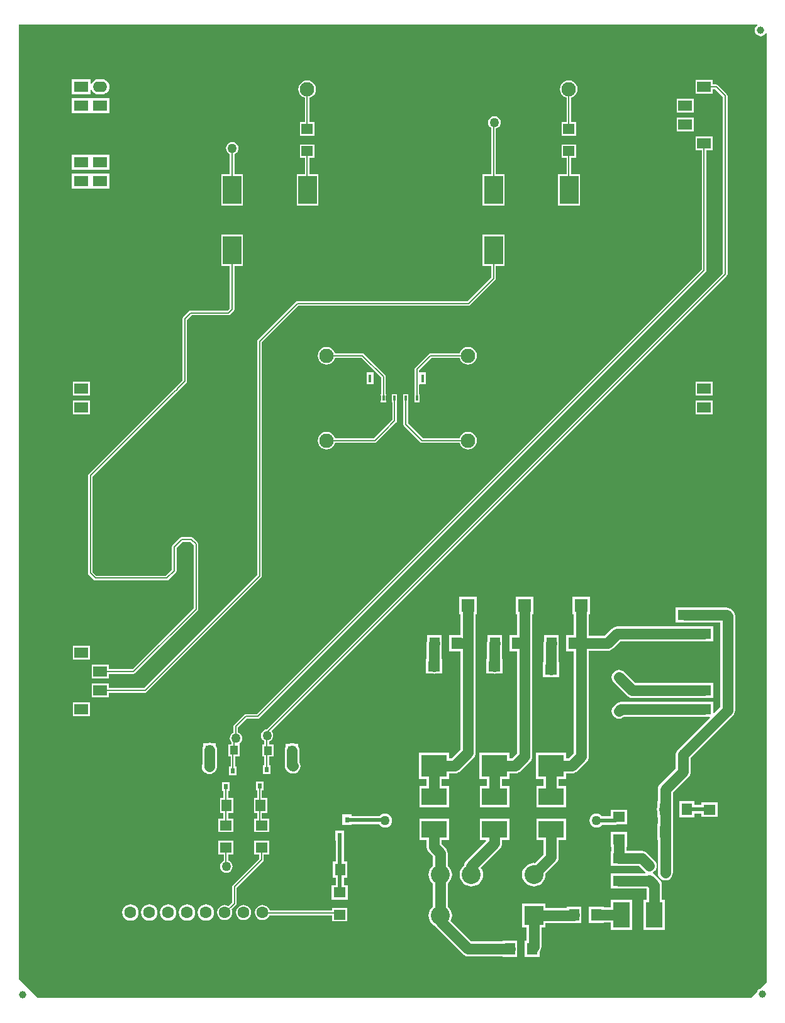
<source format=gtl>
G04 Layer_Physical_Order=1*
G04 Layer_Color=65280*
%FSLAX44Y44*%
%MOMM*%
G71*
G01*
G75*
%ADD10C,1.0000*%
%ADD11R,0.3000X1.0000*%
%ADD12R,0.3000X0.7000*%
%ADD13R,1.6000X1.4000*%
%ADD14R,1.4000X1.6000*%
%ADD15R,3.5000X3.0000*%
%ADD16R,2.3000X3.4000*%
%ADD17R,3.4000X2.3000*%
%ADD18R,2.5400X3.8100*%
%ADD19R,1.1000X1.2200*%
%ADD20R,0.6000X0.8000*%
%ADD21R,0.6000X0.8000*%
%ADD22R,0.8000X0.6000*%
%ADD23R,0.8000X0.6000*%
%ADD24C,0.2000*%
%ADD25C,0.5000*%
%ADD26C,1.4000*%
%ADD27C,2.5400*%
%ADD28C,1.9500*%
%ADD29C,1.6000*%
%ADD30R,1.6000X1.6000*%
%ADD31C,6.0000*%
%ADD32C,5.0000*%
%ADD33C,2.5400*%
%ADD34R,2.5400X2.5400*%
%ADD35R,1.7780X1.7780*%
%ADD36R,1.9050X1.4224*%
%ADD37O,2.1590X1.4224*%
%ADD38O,1.9050X1.4224*%
%ADD39C,1.2700*%
G36*
X988913Y1305517D02*
X987594Y1304506D01*
X986312Y1302834D01*
X985506Y1300888D01*
X985231Y1298800D01*
X985506Y1296712D01*
X986312Y1294765D01*
X987594Y1293094D01*
X989266Y1291812D01*
X991212Y1291006D01*
X993300Y1290731D01*
X995388Y1291006D01*
X997335Y1291812D01*
X999006Y1293094D01*
X1000117Y1294543D01*
X1001012Y1294397D01*
X1001387Y1294205D01*
Y16987D01*
X992437Y8037D01*
X991715Y7738D01*
X990044Y6456D01*
X988762Y4785D01*
X988463Y4063D01*
X980413Y-3987D01*
X20087D01*
X-5387Y21487D01*
Y1306787D01*
X988482D01*
X988913Y1305517D01*
D02*
G37*
%LPC*%
G36*
X904000Y260780D02*
X884000D01*
Y238780D01*
X904000D01*
Y244172D01*
X913720D01*
Y239300D01*
X935720D01*
Y259300D01*
X913720D01*
Y255388D01*
X904000D01*
Y260780D01*
D02*
G37*
G36*
X813800Y249380D02*
X791800D01*
Y240148D01*
X779802D01*
X778988Y241208D01*
X777035Y242707D01*
X774761Y243649D01*
X772320Y243971D01*
X769879Y243649D01*
X767605Y242707D01*
X765651Y241208D01*
X764153Y239255D01*
X763211Y236981D01*
X762889Y234540D01*
X763211Y232099D01*
X764153Y229825D01*
X765651Y227871D01*
X767605Y226373D01*
X769879Y225431D01*
X772320Y225109D01*
X774761Y225431D01*
X777035Y226373D01*
X778988Y227871D01*
X779802Y228932D01*
X797960D01*
X800106Y229359D01*
X800137Y229380D01*
X813800D01*
Y249380D01*
D02*
G37*
G36*
X487840Y243971D02*
X485399Y243649D01*
X483125Y242707D01*
X481171Y241208D01*
X480845Y240783D01*
X442405D01*
Y242810D01*
X430405D01*
Y228810D01*
X442405D01*
Y229567D01*
X479870D01*
X481171Y227871D01*
X483125Y226373D01*
X485399Y225431D01*
X487840Y225109D01*
X490281Y225431D01*
X492555Y226373D01*
X494509Y227871D01*
X496007Y229825D01*
X496949Y232099D01*
X497271Y234540D01*
X496949Y236981D01*
X496007Y239255D01*
X494509Y241208D01*
X492555Y242707D01*
X490281Y243649D01*
X487840Y243971D01*
D02*
G37*
G36*
X323922Y287371D02*
X313922D01*
Y275371D01*
X315863D01*
Y264970D01*
X311360D01*
Y244970D01*
X315863D01*
Y237127D01*
X311412D01*
Y219127D01*
X331412D01*
Y237127D01*
X321981D01*
Y244970D01*
X329360D01*
Y264970D01*
X321981D01*
Y275371D01*
X323922D01*
Y287371D01*
D02*
G37*
G36*
X283591Y207127D02*
X263591D01*
Y189127D01*
X270532D01*
Y180342D01*
X269878Y180071D01*
X268134Y178733D01*
X266796Y176989D01*
X265954Y174957D01*
X265667Y172777D01*
X265954Y170598D01*
X266796Y168566D01*
X268134Y166822D01*
X269878Y165484D01*
X271910Y164642D01*
X274089Y164355D01*
X276269Y164642D01*
X278300Y165484D01*
X280045Y166822D01*
X281383Y168566D01*
X282225Y170598D01*
X282511Y172777D01*
X282225Y174957D01*
X281383Y176989D01*
X280045Y178733D01*
X278300Y180071D01*
X276650Y180755D01*
Y189127D01*
X283591D01*
Y207127D01*
D02*
G37*
G36*
X731360Y237200D02*
X691360D01*
Y208200D01*
X701274D01*
Y189248D01*
X689376Y177350D01*
X688000Y177486D01*
X684922Y177183D01*
X681963Y176285D01*
X679235Y174827D01*
X676845Y172865D01*
X674883Y170475D01*
X673425Y167747D01*
X672527Y164788D01*
X672224Y161710D01*
X672527Y158632D01*
X673425Y155673D01*
X674883Y152945D01*
X676845Y150555D01*
X679235Y148593D01*
X681963Y147135D01*
X684922Y146237D01*
X688000Y145934D01*
X691078Y146237D01*
X694037Y147135D01*
X696765Y148593D01*
X699155Y150555D01*
X701117Y152945D01*
X702575Y155673D01*
X703473Y158632D01*
X703776Y161710D01*
X703640Y163086D01*
X718492Y177938D01*
X720095Y180027D01*
X721103Y182460D01*
X721446Y185070D01*
Y208200D01*
X731360D01*
Y237200D01*
D02*
G37*
G36*
X278427Y286211D02*
X268427D01*
Y274211D01*
X270368D01*
Y264970D01*
X265643D01*
Y244970D01*
X270368D01*
Y237127D01*
X263591D01*
Y219127D01*
X283591D01*
Y237127D01*
X276486D01*
Y244970D01*
X283643D01*
Y264970D01*
X276486D01*
Y274211D01*
X278427D01*
Y286211D01*
D02*
G37*
G36*
X687690Y535990D02*
X663910D01*
Y512210D01*
X665714D01*
Y484300D01*
X655400D01*
Y462300D01*
X665714D01*
Y427580D01*
Y325078D01*
X658805Y318170D01*
X655660D01*
Y326083D01*
X614660D01*
Y290083D01*
X625074D01*
Y281200D01*
X615160D01*
Y252200D01*
X655160D01*
Y281200D01*
X645246D01*
Y290083D01*
X655660D01*
Y297997D01*
X662983D01*
X665594Y298341D01*
X668027Y299348D01*
X670115Y300951D01*
X682932Y313768D01*
X684535Y315857D01*
X685543Y318290D01*
X685886Y320900D01*
Y427580D01*
Y512210D01*
X687690D01*
Y535990D01*
D02*
G37*
G36*
X90425Y393512D02*
X67375D01*
Y375288D01*
X90425D01*
Y393512D01*
D02*
G37*
G36*
X928625Y1155512D02*
X905575D01*
Y1137288D01*
X914041D01*
Y976957D01*
X314992Y377908D01*
X300186D01*
X300186Y377908D01*
X299015Y377675D01*
X298023Y377012D01*
X284629Y363618D01*
X283966Y362626D01*
X283733Y361455D01*
X283733Y361455D01*
Y352801D01*
X282830Y352427D01*
X281086Y351088D01*
X279747Y349344D01*
X278906Y347313D01*
X278619Y345133D01*
X278906Y342953D01*
X279747Y340922D01*
X281086Y339178D01*
X281403Y338934D01*
Y337293D01*
X276962D01*
Y321092D01*
X279893D01*
Y307801D01*
X277952D01*
Y295801D01*
X287952D01*
Y307801D01*
X286011D01*
Y321092D01*
X291962D01*
Y337292D01*
X291962Y337293D01*
X291962D01*
X292169Y338543D01*
X292996Y339178D01*
X294335Y340922D01*
X295176Y342953D01*
X295463Y345133D01*
X295176Y347313D01*
X294335Y349344D01*
X292996Y351088D01*
X291252Y352427D01*
X289851Y353007D01*
Y360188D01*
X301453Y371790D01*
X316259D01*
X316259Y371790D01*
X317429Y372023D01*
X318422Y372686D01*
X919263Y973527D01*
X919263Y973527D01*
X919926Y974520D01*
X920159Y975690D01*
X920159Y975690D01*
Y1137288D01*
X928625D01*
Y1155512D01*
D02*
G37*
G36*
X611490Y535990D02*
X587710D01*
Y512210D01*
X589514D01*
Y484300D01*
X574120D01*
Y473955D01*
X574034Y473300D01*
X574120Y472645D01*
Y462300D01*
X589514D01*
Y361540D01*
Y330158D01*
X577525Y318170D01*
X574380D01*
Y326083D01*
X533380D01*
Y290083D01*
X543794D01*
Y281200D01*
X533880D01*
Y252200D01*
X573880D01*
Y281200D01*
X563966D01*
Y290083D01*
X574380D01*
Y297997D01*
X581703D01*
X584314Y298341D01*
X586746Y299348D01*
X588835Y300951D01*
X606732Y318848D01*
X608335Y320937D01*
X609342Y323369D01*
X609686Y325980D01*
Y361540D01*
Y473300D01*
Y512210D01*
X611490D01*
Y535990D01*
D02*
G37*
G36*
X928625Y1231712D02*
X905575D01*
Y1213488D01*
X928625D01*
Y1219541D01*
X932108D01*
X942520Y1209130D01*
Y971562D01*
X328439Y357481D01*
X326705Y357253D01*
X324673Y356412D01*
X322929Y355073D01*
X321591Y353329D01*
X320749Y351298D01*
X320462Y349118D01*
X320749Y346938D01*
X321591Y344907D01*
X322929Y343163D01*
X324673Y341824D01*
X325388Y341528D01*
Y336794D01*
X322469D01*
Y320594D01*
X325388D01*
Y308961D01*
X323447D01*
Y296961D01*
X333447D01*
Y308961D01*
X331505D01*
Y320594D01*
X337469D01*
Y336794D01*
X331505D01*
Y341166D01*
X333096Y341824D01*
X334840Y343163D01*
X336178Y344907D01*
X337020Y346938D01*
X337307Y349118D01*
X337020Y351298D01*
X336178Y353329D01*
X334840Y355073D01*
X334830Y355221D01*
X947741Y968132D01*
X948404Y969125D01*
X948637Y970295D01*
Y1210397D01*
X948637Y1210397D01*
X948404Y1211568D01*
X947741Y1212560D01*
X947741Y1212560D01*
X935538Y1224763D01*
X934546Y1225426D01*
X933375Y1225659D01*
X933375Y1225659D01*
X928625D01*
Y1231712D01*
D02*
G37*
G36*
X251762Y339279D02*
X249151Y338935D01*
X247600Y338293D01*
X243262D01*
Y334542D01*
X243027Y334236D01*
X242019Y331803D01*
X241675Y329193D01*
Y310572D01*
X241387Y309875D01*
X241043Y307264D01*
X241387Y304654D01*
X242394Y302221D01*
X243997Y300132D01*
X246086Y298529D01*
X248519Y297522D01*
X251129Y297178D01*
X253740Y297522D01*
X256173Y298529D01*
X258261Y300132D01*
X258894Y300765D01*
X260497Y302853D01*
X261504Y305286D01*
X261848Y307897D01*
Y329193D01*
X261504Y331803D01*
X260497Y334236D01*
X260262Y334542D01*
Y338293D01*
X255924D01*
X254372Y338935D01*
X251762Y339279D01*
D02*
G37*
G36*
X362669Y338781D02*
X360059Y338437D01*
X358507Y337794D01*
X354169D01*
Y334044D01*
X353934Y333737D01*
X352927Y331305D01*
X352583Y328694D01*
Y308905D01*
X352927Y306294D01*
X353934Y303862D01*
X355537Y301773D01*
X356603Y300707D01*
X358692Y299104D01*
X361125Y298096D01*
X363735Y297752D01*
X366346Y298096D01*
X368778Y299104D01*
X370867Y300707D01*
X372470Y302796D01*
X373478Y305228D01*
X373821Y307839D01*
X373478Y310449D01*
X372756Y312193D01*
Y328694D01*
X372412Y331305D01*
X371404Y333737D01*
X371169Y334044D01*
Y337794D01*
X366831D01*
X365280Y338437D01*
X362669Y338781D01*
D02*
G37*
G36*
X170400Y121795D02*
X167528Y121417D01*
X164853Y120308D01*
X162555Y118545D01*
X160791Y116247D01*
X159683Y113572D01*
X159305Y110700D01*
X159683Y107828D01*
X160791Y105153D01*
X162555Y102855D01*
X164853Y101091D01*
X167528Y99983D01*
X170400Y99605D01*
X173272Y99983D01*
X175947Y101091D01*
X178245Y102855D01*
X180008Y105153D01*
X181117Y107828D01*
X181495Y110700D01*
X181117Y113572D01*
X180008Y116247D01*
X178245Y118545D01*
X175947Y120308D01*
X173272Y121417D01*
X170400Y121795D01*
D02*
G37*
G36*
X195800D02*
X192928Y121417D01*
X190252Y120308D01*
X187955Y118545D01*
X186192Y116247D01*
X185083Y113572D01*
X184705Y110700D01*
X185083Y107828D01*
X186192Y105153D01*
X187955Y102855D01*
X190252Y101091D01*
X192928Y99983D01*
X195800Y99605D01*
X198671Y99983D01*
X201347Y101091D01*
X203645Y102855D01*
X205408Y105153D01*
X206517Y107828D01*
X206895Y110700D01*
X206517Y113572D01*
X205408Y116247D01*
X203645Y118545D01*
X201347Y120308D01*
X198671Y121417D01*
X195800Y121795D01*
D02*
G37*
G36*
X221200D02*
X218328Y121417D01*
X215653Y120308D01*
X213355Y118545D01*
X211591Y116247D01*
X210483Y113572D01*
X210105Y110700D01*
X210483Y107828D01*
X211591Y105153D01*
X213355Y102855D01*
X215653Y101091D01*
X218328Y99983D01*
X221200Y99605D01*
X224072Y99983D01*
X226747Y101091D01*
X229045Y102855D01*
X230808Y105153D01*
X231917Y107828D01*
X232295Y110700D01*
X231917Y113572D01*
X230808Y116247D01*
X229045Y118545D01*
X226747Y120308D01*
X224072Y121417D01*
X221200Y121795D01*
D02*
G37*
G36*
X145000D02*
X142128Y121417D01*
X139452Y120308D01*
X137155Y118545D01*
X135392Y116247D01*
X134283Y113572D01*
X133905Y110700D01*
X134283Y107828D01*
X135392Y105153D01*
X137155Y102855D01*
X139452Y101091D01*
X142128Y99983D01*
X145000Y99605D01*
X147872Y99983D01*
X150547Y101091D01*
X152845Y102855D01*
X154608Y105153D01*
X155717Y107828D01*
X156095Y110700D01*
X155717Y113572D01*
X154608Y116247D01*
X152845Y118545D01*
X150547Y120308D01*
X147872Y121417D01*
X145000Y121795D01*
D02*
G37*
G36*
X573880Y237200D02*
X533880D01*
Y208200D01*
X543794D01*
Y198980D01*
X544137Y196369D01*
X545145Y193937D01*
X546748Y191848D01*
X551914Y186682D01*
Y173743D01*
X550845Y172865D01*
X548883Y170475D01*
X547425Y167747D01*
X546527Y164788D01*
X546224Y161710D01*
X546527Y158632D01*
X547425Y155673D01*
X548883Y152945D01*
X550845Y150555D01*
X551914Y149677D01*
Y118743D01*
X550845Y117865D01*
X548883Y115475D01*
X547425Y112747D01*
X546527Y109788D01*
X546224Y106710D01*
X546527Y103632D01*
X547425Y100673D01*
X548883Y97945D01*
X550845Y95555D01*
X553235Y93593D01*
X554306Y93021D01*
X554868Y92288D01*
X592468Y54688D01*
X594557Y53085D01*
X596990Y52077D01*
X599600Y51734D01*
X645720D01*
Y50820D01*
X665720D01*
Y61165D01*
X665806Y61820D01*
X665720Y62475D01*
Y72820D01*
X645720D01*
Y71906D01*
X603778D01*
X576030Y99654D01*
X576575Y100673D01*
X577473Y103632D01*
X577776Y106710D01*
X577473Y109788D01*
X576575Y112747D01*
X575117Y115475D01*
X573155Y117865D01*
X572086Y118743D01*
Y149677D01*
X573155Y150555D01*
X575117Y152945D01*
X576575Y155673D01*
X577473Y158632D01*
X577776Y161710D01*
X577473Y164788D01*
X576575Y167747D01*
X575117Y170475D01*
X573155Y172865D01*
X572086Y173743D01*
Y190860D01*
X571743Y193470D01*
X570735Y195903D01*
X569132Y197992D01*
X563966Y203158D01*
Y208200D01*
X573880D01*
Y237200D01*
D02*
G37*
G36*
X703700Y122410D02*
X672300D01*
Y91010D01*
X677914D01*
Y72820D01*
X675720D01*
Y62475D01*
X675634Y61820D01*
X675720Y61165D01*
Y50820D01*
X695720D01*
Y57734D01*
X696735Y59057D01*
X697742Y61490D01*
X698086Y64100D01*
Y91010D01*
X703700D01*
Y96624D01*
X732080D01*
Y96540D01*
X752080D01*
Y106885D01*
X752166Y107540D01*
X752080Y108195D01*
Y118540D01*
X732080D01*
Y116796D01*
X703700D01*
Y122410D01*
D02*
G37*
G36*
X322800Y120786D02*
X320190Y120443D01*
X317757Y119435D01*
X315668Y117832D01*
X314065Y115743D01*
X313057Y113310D01*
X312714Y110700D01*
X313057Y108090D01*
X314065Y105657D01*
X315668Y103568D01*
X317757Y101965D01*
X320190Y100957D01*
X322800Y100614D01*
X325410Y100957D01*
X327843Y101965D01*
X329932Y103568D01*
X331535Y105657D01*
X332100Y107021D01*
X416880D01*
Y98780D01*
X436880D01*
Y116780D01*
X416880D01*
Y113139D01*
X332565D01*
X332542Y113310D01*
X331535Y115743D01*
X329932Y117832D01*
X327843Y119435D01*
X325410Y120443D01*
X322800Y120786D01*
D02*
G37*
G36*
X432880Y221220D02*
X420880D01*
Y207220D01*
X421272D01*
Y179500D01*
X417120D01*
Y157500D01*
X421272D01*
Y147780D01*
X415880D01*
Y127780D01*
X437880D01*
Y147780D01*
X432488D01*
Y157500D01*
X437120D01*
Y179500D01*
X432488D01*
Y207220D01*
X432880D01*
Y221220D01*
D02*
G37*
G36*
X655160Y237200D02*
X615160D01*
Y208200D01*
X623377D01*
X623862Y207027D01*
X596868Y180032D01*
X595265Y177943D01*
X594257Y175511D01*
X594038Y173845D01*
X592845Y172865D01*
X590883Y170475D01*
X589425Y167747D01*
X588527Y164788D01*
X588224Y161710D01*
X588527Y158632D01*
X589425Y155673D01*
X590883Y152945D01*
X592845Y150555D01*
X595235Y148593D01*
X597963Y147135D01*
X600922Y146237D01*
X604000Y145934D01*
X607078Y146237D01*
X610037Y147135D01*
X612765Y148593D01*
X615155Y150555D01*
X617117Y152945D01*
X618575Y155673D01*
X619473Y158632D01*
X619776Y161710D01*
X619473Y164788D01*
X618575Y167747D01*
X617117Y170475D01*
X616541Y171177D01*
X642292Y196928D01*
X643895Y199017D01*
X644902Y201450D01*
X645246Y204060D01*
Y208200D01*
X655160D01*
Y237200D01*
D02*
G37*
G36*
X802800Y219466D02*
X802145Y219380D01*
X791800D01*
Y199380D01*
X792714D01*
Y193500D01*
X791800D01*
Y173500D01*
X802145D01*
X802800Y173414D01*
X829342D01*
X836308Y166448D01*
X837761Y165333D01*
X837943Y163812D01*
X837890Y163692D01*
X837532Y163346D01*
X813800D01*
Y163500D01*
X803455D01*
X802800Y163586D01*
X802144Y163500D01*
X791800D01*
Y143500D01*
X800561D01*
X803040Y143174D01*
X840114D01*
Y127540D01*
X835700D01*
Y87540D01*
X864700D01*
Y127540D01*
X860286D01*
Y147770D01*
X859943Y150380D01*
X858935Y152813D01*
X857332Y154902D01*
X850572Y161662D01*
X848483Y163265D01*
X848109Y163420D01*
Y164690D01*
X848483Y164845D01*
X850572Y166448D01*
X852175Y168537D01*
X853183Y170970D01*
X853526Y173580D01*
X853183Y176190D01*
X852175Y178623D01*
X850572Y180712D01*
X840652Y190632D01*
X838563Y192235D01*
X836131Y193243D01*
X833520Y193586D01*
X812886D01*
Y199380D01*
X813800D01*
Y219380D01*
X803455D01*
X802800Y219466D01*
D02*
G37*
G36*
X331412Y207127D02*
X311412D01*
Y189127D01*
X318354D01*
Y183011D01*
X282885Y147543D01*
X282222Y146550D01*
X281990Y145380D01*
X281990Y145380D01*
Y124455D01*
X276991Y119457D01*
X274611Y120443D01*
X272000Y120786D01*
X269389Y120443D01*
X266957Y119435D01*
X264868Y117832D01*
X263265Y115743D01*
X262257Y113310D01*
X261914Y110700D01*
X262257Y108090D01*
X263265Y105657D01*
X264868Y103568D01*
X266957Y101965D01*
X269389Y100957D01*
X272000Y100614D01*
X274611Y100957D01*
X277043Y101965D01*
X279132Y103568D01*
X280735Y105657D01*
X281742Y108090D01*
X282086Y110700D01*
X281742Y113310D01*
X281085Y114899D01*
X287211Y121025D01*
X287874Y122018D01*
X288107Y123188D01*
X288107Y123188D01*
Y144113D01*
X323575Y179581D01*
X324238Y180573D01*
X324471Y181744D01*
X324471Y181744D01*
Y189127D01*
X331412D01*
Y207127D01*
D02*
G37*
G36*
X246600Y121795D02*
X243728Y121417D01*
X241052Y120308D01*
X238755Y118545D01*
X236992Y116247D01*
X235883Y113572D01*
X235505Y110700D01*
X235883Y107828D01*
X236992Y105153D01*
X238755Y102855D01*
X241052Y101091D01*
X243728Y99983D01*
X246600Y99605D01*
X249471Y99983D01*
X252147Y101091D01*
X254445Y102855D01*
X256208Y105153D01*
X257317Y107828D01*
X257695Y110700D01*
X257317Y113572D01*
X256208Y116247D01*
X254445Y118545D01*
X252147Y120308D01*
X249471Y121417D01*
X246600Y121795D01*
D02*
G37*
G36*
X297400Y120786D02*
X294790Y120443D01*
X292357Y119435D01*
X290268Y117832D01*
X288665Y115743D01*
X287657Y113310D01*
X287314Y110700D01*
X287657Y108090D01*
X288665Y105657D01*
X290268Y103568D01*
X292357Y101965D01*
X294790Y100957D01*
X297400Y100614D01*
X300011Y100957D01*
X302443Y101965D01*
X304532Y103568D01*
X306135Y105657D01*
X307143Y108090D01*
X307486Y110700D01*
X307143Y113310D01*
X306135Y115743D01*
X304532Y117832D01*
X302443Y119435D01*
X300011Y120443D01*
X297400Y120786D01*
D02*
G37*
G36*
X820700Y127540D02*
X791700D01*
Y117626D01*
X782080D01*
Y118540D01*
X762080D01*
Y108195D01*
X761994Y107540D01*
X762080Y106885D01*
Y96540D01*
X782080D01*
Y97454D01*
X791700D01*
Y87540D01*
X820700D01*
Y127540D01*
D02*
G37*
G36*
X904575Y521512D02*
X903305Y521512D01*
X879175D01*
Y501288D01*
X903305D01*
X904225Y501288D01*
X904225Y501288D01*
X904575D01*
Y501288D01*
X905495Y501288D01*
X929625D01*
Y501314D01*
X938764D01*
Y386940D01*
X930798Y378974D01*
X929625Y379460D01*
Y394512D01*
X904575D01*
Y394486D01*
X894971D01*
X894113Y394599D01*
X889287D01*
X888429Y394486D01*
X805340D01*
X802729Y394143D01*
X800297Y393135D01*
X798208Y391532D01*
X795668Y388992D01*
X794065Y386903D01*
X793057Y384470D01*
X792714Y381860D01*
X793057Y379249D01*
X794065Y376817D01*
X795668Y374728D01*
X797757Y373125D01*
X800189Y372117D01*
X802800Y371774D01*
X805411Y372117D01*
X807843Y373125D01*
X809392Y374314D01*
X888429D01*
X889287Y374201D01*
X894113D01*
X894971Y374314D01*
X904575D01*
Y374288D01*
X924452D01*
X924939Y373115D01*
X882028Y330204D01*
X880425Y328115D01*
X879417Y325683D01*
X879074Y323072D01*
Y304758D01*
X857898Y283582D01*
X856295Y281493D01*
X855287Y279060D01*
X854944Y276450D01*
Y260780D01*
X854000D01*
Y252498D01*
X853674Y250020D01*
X854000Y247542D01*
Y238780D01*
X854944D01*
Y230300D01*
X854000D01*
Y208300D01*
X854944D01*
Y164055D01*
X855287Y161445D01*
X856295Y159012D01*
X857898Y156923D01*
X859987Y155320D01*
X862419Y154312D01*
X865030Y153969D01*
X867640Y154312D01*
X870073Y155320D01*
X872162Y156923D01*
X873765Y159012D01*
X874772Y161445D01*
X875116Y164055D01*
Y248750D01*
Y272272D01*
X896292Y293448D01*
X897895Y295537D01*
X898903Y297969D01*
X899246Y300580D01*
Y318894D01*
X955982Y375630D01*
X957585Y377719D01*
X958593Y380151D01*
X958936Y382762D01*
Y510130D01*
X958593Y512741D01*
X957585Y515173D01*
X955982Y517262D01*
X954712Y518532D01*
X952623Y520135D01*
X950191Y521143D01*
X947580Y521486D01*
X929625D01*
Y521512D01*
X905495D01*
X904575Y521512D01*
D02*
G37*
G36*
X634860Y1183112D02*
X632681Y1182825D01*
X630649Y1181983D01*
X628905Y1180645D01*
X627567Y1178901D01*
X626725Y1176869D01*
X626438Y1174690D01*
X626725Y1172510D01*
X627567Y1170479D01*
X628905Y1168734D01*
X630649Y1167396D01*
X630856Y1167310D01*
Y1104957D01*
X619215D01*
Y1062857D01*
X648615D01*
Y1104957D01*
X636974D01*
Y1166546D01*
X637040Y1166555D01*
X639072Y1167396D01*
X640816Y1168734D01*
X642154Y1170479D01*
X642996Y1172510D01*
X643283Y1174690D01*
X642996Y1176869D01*
X642154Y1178901D01*
X640816Y1180645D01*
X639072Y1181983D01*
X637040Y1182825D01*
X634860Y1183112D01*
D02*
G37*
G36*
X745117Y1144933D02*
X725117D01*
Y1126933D01*
X732058D01*
Y1104957D01*
X720815D01*
Y1062857D01*
X750215D01*
Y1104957D01*
X738175D01*
Y1126933D01*
X745117D01*
Y1144933D01*
D02*
G37*
G36*
X91775Y1105712D02*
X90505Y1105712D01*
X66375D01*
Y1085488D01*
X90505D01*
X91425Y1085488D01*
X92695Y1085488D01*
X116825D01*
Y1105712D01*
X92695D01*
X91775Y1105712D01*
D02*
G37*
G36*
X393017Y1144933D02*
X373017D01*
Y1126933D01*
X379958D01*
Y1104957D01*
X368715D01*
Y1062857D01*
X398115D01*
Y1104957D01*
X386075D01*
Y1126933D01*
X393017D01*
Y1144933D01*
D02*
G37*
G36*
X296515Y1023657D02*
X267115D01*
Y981557D01*
X278756D01*
Y924082D01*
X275733Y921059D01*
X226000D01*
X224830Y920826D01*
X223837Y920163D01*
X215837Y912163D01*
X215174Y911171D01*
X214941Y910000D01*
X214941Y910000D01*
Y827267D01*
X205837Y818163D01*
X205205Y817217D01*
X201782Y813794D01*
X200837Y813163D01*
X200837Y813163D01*
X88837Y701163D01*
X88174Y700171D01*
X87941Y699000D01*
X87941Y699000D01*
Y568000D01*
X87941Y568000D01*
X88174Y566829D01*
X88837Y565837D01*
X95856Y558818D01*
X95856Y558818D01*
X96848Y558155D01*
X98019Y557922D01*
X194000D01*
X195170Y558155D01*
X196163Y558818D01*
X196201Y558876D01*
X206163Y568837D01*
X206163Y568837D01*
X206826Y569829D01*
X207059Y571000D01*
Y601733D01*
X215267Y609941D01*
X225733D01*
X230163Y605512D01*
Y520533D01*
X147889Y438259D01*
X115825D01*
Y444312D01*
X92775D01*
Y426088D01*
X115825D01*
Y432141D01*
X149156D01*
X149156Y432141D01*
X150326Y432374D01*
X151319Y433037D01*
X235384Y517103D01*
X236047Y518095D01*
X236280Y519266D01*
Y606778D01*
X236280Y606778D01*
X236047Y607949D01*
X235384Y608941D01*
X229163Y615163D01*
X228171Y615826D01*
X227000Y616059D01*
X227000Y616059D01*
X214000D01*
X214000Y616059D01*
X212829Y615826D01*
X211837Y615163D01*
X201837Y605163D01*
X201174Y604170D01*
X200941Y603000D01*
X200941Y603000D01*
Y572267D01*
X192714Y564040D01*
X99286D01*
X94059Y569267D01*
Y697733D01*
X204531Y808205D01*
X205477Y808837D01*
X210163Y813523D01*
X210163Y813523D01*
X210795Y814469D01*
X220163Y823837D01*
X220163Y823837D01*
X220826Y824829D01*
X221059Y826000D01*
Y908733D01*
X227267Y914941D01*
X277000D01*
X277000Y914941D01*
X278171Y915174D01*
X279163Y915837D01*
X283978Y920652D01*
X284641Y921645D01*
X284874Y922815D01*
Y981557D01*
X296515D01*
Y1023657D01*
D02*
G37*
G36*
X648615D02*
X619215D01*
Y981557D01*
X630856D01*
Y965795D01*
X598791Y933729D01*
X369711D01*
X368540Y933496D01*
X367548Y932833D01*
X367548Y932833D01*
X316759Y882044D01*
X316096Y881051D01*
X315863Y879881D01*
X315863Y879881D01*
Y565394D01*
X163328Y412859D01*
X115825D01*
Y418912D01*
X92775D01*
Y400688D01*
X115825D01*
Y406741D01*
X164594D01*
X164594Y406741D01*
X165765Y406974D01*
X166757Y407637D01*
X321085Y561964D01*
X321748Y562957D01*
X321981Y564127D01*
X321981Y564127D01*
Y878614D01*
X370978Y927611D01*
X600057D01*
X600057Y927611D01*
X601228Y927844D01*
X602220Y928507D01*
X636078Y962365D01*
X636078Y962365D01*
X636741Y963357D01*
X636974Y964528D01*
Y981557D01*
X648615D01*
Y1023657D01*
D02*
G37*
G36*
X282057Y1148417D02*
X279878Y1148130D01*
X277846Y1147289D01*
X276102Y1145950D01*
X274764Y1144206D01*
X273922Y1142175D01*
X273635Y1139995D01*
X273922Y1137815D01*
X274764Y1135784D01*
X276102Y1134040D01*
X277846Y1132701D01*
X278756Y1132325D01*
Y1104957D01*
X267115D01*
Y1062857D01*
X296515D01*
Y1104957D01*
X284874D01*
Y1132124D01*
X286268Y1132701D01*
X288013Y1134040D01*
X289351Y1135784D01*
X290192Y1137815D01*
X290479Y1139995D01*
X290192Y1142175D01*
X289351Y1144206D01*
X288013Y1145950D01*
X286268Y1147289D01*
X284237Y1148130D01*
X282057Y1148417D01*
D02*
G37*
G36*
X91775Y1207312D02*
X90505Y1207312D01*
X66375D01*
Y1187088D01*
X90505D01*
X91425Y1187088D01*
X92695Y1187088D01*
X116825D01*
Y1207312D01*
X92695D01*
X91775Y1207312D01*
D02*
G37*
G36*
X903225Y1206312D02*
X880175D01*
Y1188088D01*
X903225D01*
Y1206312D01*
D02*
G37*
G36*
X106713Y1232799D02*
X101887D01*
X99247Y1232452D01*
X96787Y1231433D01*
X94675Y1229812D01*
X93054Y1227700D01*
X92695Y1226832D01*
X91425Y1227085D01*
Y1232712D01*
X66375D01*
Y1212488D01*
X91425D01*
Y1218115D01*
X92695Y1218368D01*
X93054Y1217500D01*
X94675Y1215388D01*
X96787Y1213767D01*
X99247Y1212748D01*
X101887Y1212401D01*
X106713D01*
X109353Y1212748D01*
X111813Y1213767D01*
X113925Y1215388D01*
X115546Y1217500D01*
X116565Y1219960D01*
X116912Y1222600D01*
X116565Y1225240D01*
X115546Y1227700D01*
X113925Y1229812D01*
X111813Y1231433D01*
X109353Y1232452D01*
X106713Y1232799D01*
D02*
G37*
G36*
X903225Y1180912D02*
X880175D01*
Y1162688D01*
X903225D01*
Y1180912D01*
D02*
G37*
G36*
X91775Y1131112D02*
X90505Y1131112D01*
X66375D01*
Y1110888D01*
X90505D01*
X91425Y1110888D01*
X92695Y1110888D01*
X116825D01*
Y1131112D01*
X92695D01*
X91775Y1131112D01*
D02*
G37*
G36*
X383017Y1231364D02*
X379949Y1230960D01*
X377091Y1229776D01*
X374636Y1227893D01*
X372753Y1225438D01*
X371569Y1222580D01*
X371165Y1219513D01*
X371569Y1216445D01*
X372753Y1213587D01*
X374636Y1211132D01*
X377091Y1209249D01*
X379949Y1208065D01*
X379958Y1208064D01*
Y1174933D01*
X373017D01*
Y1156933D01*
X393017D01*
Y1174933D01*
X386075D01*
Y1208064D01*
X386084Y1208065D01*
X388942Y1209249D01*
X391397Y1211132D01*
X393280Y1213587D01*
X394464Y1216445D01*
X394868Y1219513D01*
X394464Y1222580D01*
X393280Y1225438D01*
X391397Y1227893D01*
X388942Y1229776D01*
X386084Y1230960D01*
X383017Y1231364D01*
D02*
G37*
G36*
X735117D02*
X732049Y1230960D01*
X729191Y1229776D01*
X726736Y1227893D01*
X724853Y1225438D01*
X723669Y1222580D01*
X723265Y1219513D01*
X723669Y1216445D01*
X724853Y1213587D01*
X726736Y1211132D01*
X729191Y1209249D01*
X732049Y1208065D01*
X732058Y1208064D01*
Y1174933D01*
X725117D01*
Y1156933D01*
X745117D01*
Y1174933D01*
X738175D01*
Y1208064D01*
X738184Y1208065D01*
X741042Y1209249D01*
X743497Y1211132D01*
X745380Y1213587D01*
X746564Y1216445D01*
X746968Y1219513D01*
X746564Y1222580D01*
X745380Y1225438D01*
X743497Y1227893D01*
X741042Y1229776D01*
X738184Y1230960D01*
X735117Y1231364D01*
D02*
G37*
G36*
X599600Y872501D02*
X596533Y872097D01*
X593674Y870914D01*
X591220Y869030D01*
X589336Y866576D01*
X588152Y863717D01*
X588151Y863709D01*
X548800D01*
X548800Y863709D01*
X547629Y863476D01*
X546637Y862813D01*
X546637Y862813D01*
X528337Y844513D01*
X527674Y843521D01*
X527441Y842350D01*
X527441Y842350D01*
Y809000D01*
X527000D01*
Y798000D01*
X534000D01*
Y809000D01*
X533559D01*
Y820871D01*
X533900Y822000D01*
X534829Y822000D01*
X542900D01*
Y838000D01*
X533900Y838000D01*
X533559Y839129D01*
Y841083D01*
X550067Y857591D01*
X588151D01*
X588152Y857583D01*
X589336Y854724D01*
X591220Y852270D01*
X593674Y850386D01*
X596533Y849202D01*
X599600Y848799D01*
X602667Y849202D01*
X605526Y850386D01*
X607980Y852270D01*
X609864Y854724D01*
X611048Y857583D01*
X611451Y860650D01*
X611048Y863717D01*
X609864Y866576D01*
X607980Y869030D01*
X605526Y870914D01*
X602667Y872097D01*
X599600Y872501D01*
D02*
G37*
G36*
X90425Y469712D02*
X67375D01*
Y451488D01*
X90425D01*
Y469712D01*
D02*
G37*
G36*
X763890Y535990D02*
X740110D01*
Y512210D01*
X741914D01*
Y484300D01*
X731600D01*
Y473955D01*
X731514Y473300D01*
X731600Y472645D01*
Y462300D01*
X741914D01*
Y325078D01*
X735005Y318170D01*
X731860D01*
Y326083D01*
X690860D01*
Y290083D01*
X701274D01*
Y281200D01*
X691360D01*
Y252200D01*
X731360D01*
Y281200D01*
X721446D01*
Y290083D01*
X731860D01*
Y297997D01*
X739183D01*
X741794Y298341D01*
X744227Y299348D01*
X746315Y300951D01*
X759132Y313768D01*
X760735Y315857D01*
X761742Y318290D01*
X762086Y320900D01*
Y463214D01*
X787560D01*
X790171Y463557D01*
X792603Y464565D01*
X794692Y466168D01*
X804438Y475914D01*
X879175D01*
Y475888D01*
X903305D01*
X904225Y475888D01*
X904225Y475888D01*
X904575D01*
Y475888D01*
X905495Y475888D01*
X929625D01*
Y496112D01*
X905495D01*
X904575Y496112D01*
X904575Y496112D01*
X904225D01*
Y496112D01*
X903305Y496112D01*
X879175D01*
Y496086D01*
X800260D01*
X797650Y495743D01*
X795217Y494735D01*
X793128Y493132D01*
X783382Y483386D01*
X762086D01*
Y512210D01*
X763890D01*
Y535990D01*
D02*
G37*
G36*
X519000Y809000D02*
X512000D01*
Y798000D01*
X512441D01*
Y768115D01*
X512441Y768115D01*
X512674Y766944D01*
X513337Y765952D01*
X535102Y744187D01*
X535102Y744187D01*
X536094Y743524D01*
X537265Y743291D01*
X537265Y743291D01*
X588151D01*
X588152Y743283D01*
X589336Y740424D01*
X591220Y737970D01*
X593674Y736086D01*
X596533Y734902D01*
X599600Y734499D01*
X602667Y734902D01*
X605526Y736086D01*
X607980Y737970D01*
X609864Y740424D01*
X611048Y743283D01*
X611451Y746350D01*
X611048Y749417D01*
X609864Y752276D01*
X607980Y754730D01*
X605526Y756614D01*
X602667Y757797D01*
X599600Y758201D01*
X596533Y757797D01*
X593674Y756614D01*
X591220Y754730D01*
X589336Y752276D01*
X588152Y749417D01*
X588151Y749409D01*
X538532D01*
X518559Y769382D01*
Y798000D01*
X519000D01*
Y809000D01*
D02*
G37*
G36*
X645400Y484300D02*
X625400D01*
Y475538D01*
X625074Y473060D01*
Y452340D01*
X624160D01*
Y432340D01*
X634505D01*
X635160Y432254D01*
X635815Y432340D01*
X646160D01*
Y452340D01*
X645246D01*
Y462300D01*
X645400D01*
Y472645D01*
X645486Y473300D01*
X645400Y473955D01*
Y484300D01*
D02*
G37*
G36*
X802800Y437666D02*
X800189Y437323D01*
X797757Y436315D01*
X795668Y434712D01*
X794065Y432623D01*
X793057Y430191D01*
X792714Y427580D01*
X793057Y424969D01*
X794065Y422537D01*
X795668Y420448D01*
X813448Y402668D01*
X815537Y401065D01*
X817970Y400057D01*
X820580Y399714D01*
X879175D01*
Y399688D01*
X903305D01*
X904225Y399688D01*
X904225Y399688D01*
X904575D01*
Y399688D01*
X905495Y399688D01*
X929625D01*
Y419912D01*
X905495D01*
X904575Y419912D01*
X904575Y419912D01*
X904225D01*
Y419912D01*
X903305Y419912D01*
X879175D01*
Y419886D01*
X824758D01*
X809932Y434712D01*
X807843Y436315D01*
X805411Y437323D01*
X802800Y437666D01*
D02*
G37*
G36*
X721600Y484300D02*
X701600D01*
Y475538D01*
X701274Y473060D01*
Y447740D01*
X700360D01*
Y427740D01*
X710705D01*
X711360Y427654D01*
X712015Y427740D01*
X722360D01*
Y447740D01*
X721446D01*
Y462300D01*
X721600D01*
Y472645D01*
X721686Y473300D01*
X721600Y473955D01*
Y484300D01*
D02*
G37*
G36*
X564120D02*
X544120D01*
Y475538D01*
X543794Y473060D01*
Y452340D01*
X542880D01*
Y432340D01*
X553225D01*
X553880Y432254D01*
X554535Y432340D01*
X564880D01*
Y452340D01*
X563966D01*
Y462300D01*
X564120D01*
Y472645D01*
X564206Y473300D01*
X564120Y473955D01*
Y484300D01*
D02*
G37*
G36*
X90425Y825312D02*
X67375D01*
Y807088D01*
X90425D01*
Y825312D01*
D02*
G37*
G36*
X928625D02*
X905575D01*
Y807088D01*
X928625D01*
Y825312D01*
D02*
G37*
G36*
X472100Y838000D02*
X463100D01*
Y822000D01*
X472100D01*
Y838000D01*
D02*
G37*
G36*
X409100Y872501D02*
X406033Y872097D01*
X403174Y870914D01*
X400720Y869030D01*
X398836Y866576D01*
X397652Y863717D01*
X397249Y860650D01*
X397652Y857583D01*
X398836Y854724D01*
X400720Y852270D01*
X403174Y850386D01*
X406033Y849202D01*
X409100Y848799D01*
X412167Y849202D01*
X415026Y850386D01*
X417480Y852270D01*
X419364Y854724D01*
X420547Y857583D01*
X420549Y857591D01*
X455948D01*
X482441Y831098D01*
Y809000D01*
X482000D01*
Y798000D01*
X489000D01*
Y809000D01*
X488559D01*
Y832365D01*
X488326Y833536D01*
X487663Y834528D01*
X487663Y834528D01*
X459378Y862813D01*
X458386Y863476D01*
X457215Y863709D01*
X457215Y863709D01*
X420549D01*
X420547Y863717D01*
X419364Y866576D01*
X417480Y869030D01*
X415026Y870914D01*
X412167Y872097D01*
X409100Y872501D01*
D02*
G37*
G36*
X504000Y809000D02*
X497000D01*
Y798000D01*
X497441D01*
Y774131D01*
X484617Y761306D01*
X484477Y761213D01*
X484477Y761213D01*
X472673Y749409D01*
X420549D01*
X420547Y749417D01*
X419364Y752276D01*
X417480Y754730D01*
X415026Y756614D01*
X412167Y757797D01*
X409100Y758201D01*
X406033Y757797D01*
X403174Y756614D01*
X400720Y754730D01*
X398836Y752276D01*
X397652Y749417D01*
X397249Y746350D01*
X397652Y743283D01*
X398836Y740424D01*
X400720Y737970D01*
X403174Y736086D01*
X406033Y734902D01*
X409100Y734499D01*
X412167Y734902D01*
X415026Y736086D01*
X417480Y737970D01*
X419364Y740424D01*
X420547Y743283D01*
X420549Y743291D01*
X473940D01*
X473940Y743291D01*
X475111Y743524D01*
X476103Y744187D01*
X488710Y756794D01*
X488849Y756887D01*
X502663Y770701D01*
X502663Y770701D01*
X503326Y771693D01*
X503559Y772864D01*
X503559Y772864D01*
Y798000D01*
X504000D01*
Y809000D01*
D02*
G37*
G36*
X90425Y799912D02*
X67375D01*
Y781688D01*
X90425D01*
Y799912D01*
D02*
G37*
G36*
X928625D02*
X905575D01*
Y781688D01*
X928625D01*
Y799912D01*
D02*
G37*
%LPD*%
D10*
X-250Y-250D02*
D03*
X995750Y750D02*
D03*
X993300Y1298800D02*
D03*
X333000Y622000D02*
D03*
Y637000D02*
D03*
X230000Y752000D02*
D03*
Y727000D02*
D03*
Y702000D02*
D03*
Y682000D02*
D03*
X205000D02*
D03*
Y702000D02*
D03*
Y727000D02*
D03*
Y752000D02*
D03*
X155000Y612000D02*
D03*
X135000Y597000D02*
D03*
Y612000D02*
D03*
Y627000D02*
D03*
Y643000D02*
D03*
Y657000D02*
D03*
Y672000D02*
D03*
Y687000D02*
D03*
Y702000D02*
D03*
X655000Y977000D02*
D03*
X935000Y1207000D02*
D03*
Y1192000D02*
D03*
Y1177000D02*
D03*
Y1162000D02*
D03*
Y1147000D02*
D03*
X870000Y1207000D02*
D03*
X855000D02*
D03*
X840000D02*
D03*
X825000D02*
D03*
X810000D02*
D03*
X790000Y1197000D02*
D03*
X780000Y1187000D02*
D03*
X610000Y1217000D02*
D03*
X640000D02*
D03*
X670000Y1212000D02*
D03*
X675000Y1202000D02*
D03*
X685000Y1192000D02*
D03*
X660000D02*
D03*
X615000Y1187000D02*
D03*
X605000Y1192000D02*
D03*
X595000Y1187000D02*
D03*
X585000Y1192000D02*
D03*
X575000Y1187000D02*
D03*
X565000Y1192000D02*
D03*
X554000Y1187000D02*
D03*
X544000Y1192000D02*
D03*
X535000Y1187000D02*
D03*
X525000Y1192000D02*
D03*
X515000Y1187000D02*
D03*
X505000Y1192000D02*
D03*
X520000Y1217000D02*
D03*
X550000D02*
D03*
X580000D02*
D03*
X485000Y1207000D02*
D03*
X480000Y1192000D02*
D03*
Y1177000D02*
D03*
X525000Y1162000D02*
D03*
X500000D02*
D03*
X485000Y1167000D02*
D03*
X395000Y1182000D02*
D03*
X370000D02*
D03*
X365000Y1167000D02*
D03*
X368000Y838000D02*
D03*
X358000Y828000D02*
D03*
X348000Y818000D02*
D03*
X308000Y863000D02*
D03*
Y878000D02*
D03*
X348000Y853000D02*
D03*
X253000Y933000D02*
D03*
X283000Y908000D02*
D03*
X208000Y898000D02*
D03*
X228000Y868000D02*
D03*
Y883000D02*
D03*
X208000D02*
D03*
Y868000D02*
D03*
Y853000D02*
D03*
X218000Y788000D02*
D03*
X233000D02*
D03*
Y768000D02*
D03*
X218000D02*
D03*
X203000D02*
D03*
X138000Y818000D02*
D03*
Y803000D02*
D03*
Y788000D02*
D03*
X565000Y1279750D02*
D03*
X533250D02*
D03*
X501500D02*
D03*
X469750D02*
D03*
X533250Y1216250D02*
D03*
X501500D02*
D03*
X469750D02*
D03*
Y1184500D02*
D03*
X565000Y1216250D02*
D03*
Y1248000D02*
D03*
X533250D02*
D03*
X501500D02*
D03*
X469750D02*
D03*
X618650Y974950D02*
D03*
Y962250D02*
D03*
X605950Y949550D02*
D03*
X593250Y943200D02*
D03*
X599600Y917800D02*
D03*
X586900D02*
D03*
X113000Y703000D02*
D03*
X108000Y728000D02*
D03*
X218000Y548000D02*
D03*
X143000Y573000D02*
D03*
X127000D02*
D03*
X108000Y588000D02*
D03*
Y633000D02*
D03*
Y678000D02*
D03*
X123000Y713000D02*
D03*
X143000Y733000D02*
D03*
X133000Y723000D02*
D03*
X98000Y718000D02*
D03*
X108000Y693000D02*
D03*
X83000D02*
D03*
Y678000D02*
D03*
Y648000D02*
D03*
X203000Y548000D02*
D03*
X286900Y514000D02*
D03*
X188000Y548000D02*
D03*
X254600Y523800D02*
D03*
X307500Y638400D02*
D03*
Y651100D02*
D03*
Y663800D02*
D03*
Y676500D02*
D03*
Y689200D02*
D03*
Y701900D02*
D03*
X294800Y816200D02*
D03*
Y803500D02*
D03*
Y790800D02*
D03*
X307500D02*
D03*
X294800Y841600D02*
D03*
Y854300D02*
D03*
Y867000D02*
D03*
Y879700D02*
D03*
Y892400D02*
D03*
Y905100D02*
D03*
Y917800D02*
D03*
Y930500D02*
D03*
Y943200D02*
D03*
Y955900D02*
D03*
Y968600D02*
D03*
X313850Y924150D02*
D03*
X326550Y936850D02*
D03*
X339250Y949550D02*
D03*
X529750Y1013050D02*
D03*
X498000D02*
D03*
X466250D02*
D03*
X498000Y981300D02*
D03*
X466250D02*
D03*
Y1076550D02*
D03*
X498000D02*
D03*
X529750D02*
D03*
Y1108300D02*
D03*
X498000D02*
D03*
X466250D02*
D03*
X491650Y1152750D02*
D03*
X542450Y1127350D02*
D03*
X555150Y1152750D02*
D03*
X542450D02*
D03*
X529750D02*
D03*
X517050D02*
D03*
X504350D02*
D03*
X478950D02*
D03*
X466250D02*
D03*
X453550D02*
D03*
Y1127350D02*
D03*
X466250D02*
D03*
X478950D02*
D03*
X491650D02*
D03*
X504350D02*
D03*
X517050D02*
D03*
X529750D02*
D03*
X555150D02*
D03*
X567850Y1114650D02*
D03*
X555150D02*
D03*
Y1101950D02*
D03*
Y1089250D02*
D03*
Y1076550D02*
D03*
Y1063850D02*
D03*
Y1019400D02*
D03*
Y1006700D02*
D03*
Y994000D02*
D03*
X561500Y1044800D02*
D03*
X548800D02*
D03*
X536100D02*
D03*
X523400D02*
D03*
X510700D02*
D03*
X498000D02*
D03*
X485300D02*
D03*
X472600D02*
D03*
X459900D02*
D03*
X529750Y886050D02*
D03*
X498000D02*
D03*
X466250D02*
D03*
X669450Y746350D02*
D03*
X644050Y720950D02*
D03*
X656750Y733650D02*
D03*
X688500Y841600D02*
D03*
X669450D02*
D03*
X656750Y854300D02*
D03*
X644050Y867000D02*
D03*
X637700Y841600D02*
D03*
X650400Y828900D02*
D03*
X663100Y816200D02*
D03*
X701200D02*
D03*
X682150D02*
D03*
Y790800D02*
D03*
X650400Y771750D02*
D03*
X637700Y759050D02*
D03*
X669450D02*
D03*
X656750Y746350D02*
D03*
X663100Y784450D02*
D03*
X555150Y917800D02*
D03*
X820578Y1181435D02*
D03*
X460618Y816637D02*
D03*
X449119Y707769D02*
D03*
X529750Y968600D02*
D03*
X517050D02*
D03*
X444350D02*
D03*
X431650D02*
D03*
Y981300D02*
D03*
Y994000D02*
D03*
Y1006700D02*
D03*
Y1019400D02*
D03*
Y1101950D02*
D03*
Y1089250D02*
D03*
Y1076550D02*
D03*
Y1063850D02*
D03*
X21750Y1216250D02*
D03*
Y1184500D02*
D03*
Y1152750D02*
D03*
Y1121000D02*
D03*
Y1089250D02*
D03*
Y1057500D02*
D03*
Y1025750D02*
D03*
Y994000D02*
D03*
Y962250D02*
D03*
Y930500D02*
D03*
X53500Y1025750D02*
D03*
Y1057500D02*
D03*
X85250Y1025750D02*
D03*
Y1057500D02*
D03*
Y962250D02*
D03*
Y994000D02*
D03*
X53500D02*
D03*
Y962250D02*
D03*
Y930500D02*
D03*
Y898750D02*
D03*
X85250Y930500D02*
D03*
X117000Y898750D02*
D03*
X85250D02*
D03*
X21750D02*
D03*
Y867000D02*
D03*
Y835250D02*
D03*
Y803500D02*
D03*
X688500Y1216250D02*
D03*
X215750Y1152750D02*
D03*
Y1184500D02*
D03*
X247500D02*
D03*
X279250D02*
D03*
X311000D02*
D03*
X342750Y1216250D02*
D03*
X311000Y1241650D02*
D03*
Y1216250D02*
D03*
X279250D02*
D03*
X247500D02*
D03*
X215750D02*
D03*
X129856Y1171129D02*
D03*
X128877Y1157429D02*
D03*
X129856Y1145686D02*
D03*
X85250Y1248000D02*
D03*
X117000D02*
D03*
X148750D02*
D03*
X180500D02*
D03*
X215750D02*
D03*
X247500D02*
D03*
X279250D02*
D03*
X247500Y1152750D02*
D03*
Y1121000D02*
D03*
X215750D02*
D03*
X210000Y1090700D02*
D03*
Y1060700D02*
D03*
Y1030700D02*
D03*
Y1000700D02*
D03*
X240000Y960700D02*
D03*
X266550Y943200D02*
D03*
X498000Y613000D02*
D03*
Y644750D02*
D03*
Y676500D02*
D03*
X529750D02*
D03*
Y644750D02*
D03*
X561500Y676500D02*
D03*
Y708250D02*
D03*
X529750D02*
D03*
X498000D02*
D03*
X466250D02*
D03*
Y676500D02*
D03*
Y644750D02*
D03*
Y613000D02*
D03*
Y581250D02*
D03*
X434500D02*
D03*
Y613000D02*
D03*
Y644750D02*
D03*
Y676500D02*
D03*
X408263Y716087D02*
D03*
X402750Y676500D02*
D03*
Y644750D02*
D03*
Y613000D02*
D03*
Y581250D02*
D03*
X173000Y548000D02*
D03*
X249200Y477300D02*
D03*
X371000Y644750D02*
D03*
Y676500D02*
D03*
Y708250D02*
D03*
X752000Y581250D02*
D03*
X688500Y549500D02*
D03*
X656750Y581250D02*
D03*
X688500D02*
D03*
X593250D02*
D03*
X625000Y549500D02*
D03*
Y581250D02*
D03*
Y613000D02*
D03*
X656750D02*
D03*
X688500D02*
D03*
X720250D02*
D03*
X752000D02*
D03*
X656750Y644750D02*
D03*
X688500D02*
D03*
X720250D02*
D03*
X752000D02*
D03*
Y676500D02*
D03*
X688500D02*
D03*
X720250D02*
D03*
Y708250D02*
D03*
X752000Y740000D02*
D03*
Y708250D02*
D03*
X783750D02*
D03*
Y740000D02*
D03*
X815500D02*
D03*
Y708250D02*
D03*
Y676500D02*
D03*
X783750D02*
D03*
Y644750D02*
D03*
X815500D02*
D03*
Y613000D02*
D03*
X783750D02*
D03*
Y581250D02*
D03*
Y498700D02*
D03*
X815500Y581250D02*
D03*
X847250D02*
D03*
Y613000D02*
D03*
Y708250D02*
D03*
Y740000D02*
D03*
X879000D02*
D03*
X910750D02*
D03*
X942500D02*
D03*
Y708250D02*
D03*
X910750D02*
D03*
X879000D02*
D03*
Y676500D02*
D03*
X847250D02*
D03*
Y644750D02*
D03*
X879000D02*
D03*
Y613000D02*
D03*
X910750D02*
D03*
Y644750D02*
D03*
Y676500D02*
D03*
X942500D02*
D03*
Y644750D02*
D03*
Y613000D02*
D03*
Y581250D02*
D03*
X910750D02*
D03*
X879000D02*
D03*
X123350Y790800D02*
D03*
Y816200D02*
D03*
X123000Y843000D02*
D03*
X138000D02*
D03*
X63000Y828000D02*
D03*
Y778000D02*
D03*
X97950Y860650D02*
D03*
X78900D02*
D03*
X47150Y854300D02*
D03*
Y835250D02*
D03*
Y816200D02*
D03*
Y797150D02*
D03*
X53500Y771750D02*
D03*
X128000Y748000D02*
D03*
X138000Y758000D02*
D03*
X128000Y763000D02*
D03*
X118000Y738000D02*
D03*
X85250Y740000D02*
D03*
X53500D02*
D03*
Y708250D02*
D03*
X88000Y708000D02*
D03*
X108000Y663000D02*
D03*
Y648000D02*
D03*
X83000Y663000D02*
D03*
X53500Y676500D02*
D03*
X108000Y618000D02*
D03*
X83000Y633000D02*
D03*
X53500Y644750D02*
D03*
Y613000D02*
D03*
X83000Y603000D02*
D03*
X108000D02*
D03*
X113000Y573000D02*
D03*
X82000Y575000D02*
D03*
X53500Y581250D02*
D03*
X98000Y548000D02*
D03*
X53500Y549500D02*
D03*
Y517750D02*
D03*
X88000Y558000D02*
D03*
X113000Y548000D02*
D03*
X143000D02*
D03*
X158000D02*
D03*
X263000Y533000D02*
D03*
X148750Y486000D02*
D03*
X128000Y548000D02*
D03*
X21750Y771750D02*
D03*
Y740000D02*
D03*
Y708250D02*
D03*
Y676500D02*
D03*
Y644750D02*
D03*
Y613000D02*
D03*
X752000Y867000D02*
D03*
X720250D02*
D03*
X656750Y898750D02*
D03*
X688500Y867000D02*
D03*
X656750D02*
D03*
X688500Y898750D02*
D03*
X720250D02*
D03*
X752000D02*
D03*
X783750D02*
D03*
X815500Y930500D02*
D03*
X783750D02*
D03*
X752000D02*
D03*
X720250D02*
D03*
X688500D02*
D03*
X631350Y949550D02*
D03*
X618650Y936850D02*
D03*
X572488Y917923D02*
D03*
X599600Y962250D02*
D03*
X644050Y955900D02*
D03*
Y968600D02*
D03*
X688500Y962250D02*
D03*
X815500D02*
D03*
X783750D02*
D03*
X752000D02*
D03*
X720250D02*
D03*
X783750Y994000D02*
D03*
X815500D02*
D03*
Y1025750D02*
D03*
X783750D02*
D03*
Y1057500D02*
D03*
X815500D02*
D03*
X974250Y1121000D02*
D03*
Y1089250D02*
D03*
Y1057500D02*
D03*
Y1025750D02*
D03*
Y994000D02*
D03*
Y962250D02*
D03*
Y930500D02*
D03*
X847250Y1057500D02*
D03*
Y1025750D02*
D03*
Y994000D02*
D03*
Y962250D02*
D03*
X879000Y994000D02*
D03*
Y1025750D02*
D03*
Y1057500D02*
D03*
Y1089250D02*
D03*
X847250D02*
D03*
X815500D02*
D03*
X783750D02*
D03*
X625000Y1248000D02*
D03*
X656750D02*
D03*
Y1216250D02*
D03*
X625000D02*
D03*
X593250D02*
D03*
Y1248000D02*
D03*
X438000Y1184500D02*
D03*
Y1216250D02*
D03*
Y1248000D02*
D03*
X783750D02*
D03*
Y1279750D02*
D03*
X752000D02*
D03*
X720250D02*
D03*
X688500D02*
D03*
X656750D02*
D03*
X625000D02*
D03*
X593250D02*
D03*
X438000D02*
D03*
X406250D02*
D03*
X374500D02*
D03*
X342750D02*
D03*
X311000D02*
D03*
X279250D02*
D03*
X247500D02*
D03*
X215750D02*
D03*
X180500D02*
D03*
X148750D02*
D03*
X117000D02*
D03*
X85250D02*
D03*
X766024Y1222744D02*
D03*
X784658Y1215784D02*
D03*
X797454D02*
D03*
X845947Y1222968D02*
D03*
X857846D02*
D03*
X853600Y1152750D02*
D03*
X840900Y1140050D02*
D03*
X866300Y1127350D02*
D03*
X853600D02*
D03*
X840900D02*
D03*
X828200D02*
D03*
X815500D02*
D03*
X802800D02*
D03*
X790100D02*
D03*
X777400D02*
D03*
X764700D02*
D03*
X752000D02*
D03*
X805536Y1180312D02*
D03*
X798230Y1172842D02*
D03*
X832970Y1181404D02*
D03*
X851318D02*
D03*
X840900Y1171800D02*
D03*
X828200Y1159100D02*
D03*
X815500Y1152750D02*
D03*
X802800D02*
D03*
X790100D02*
D03*
X777400D02*
D03*
X764700D02*
D03*
X790100D02*
D03*
Y1165450D02*
D03*
X777400D02*
D03*
Y1152750D02*
D03*
X790100Y1127350D02*
D03*
X802800D02*
D03*
X777400D02*
D03*
X764700D02*
D03*
X752000D02*
D03*
X764700Y1152750D02*
D03*
Y1165450D02*
D03*
X752000Y1152750D02*
D03*
Y1165450D02*
D03*
X732950Y1248000D02*
D03*
X707550Y1222600D02*
D03*
X669000Y1182000D02*
D03*
X650400Y1184500D02*
D03*
X637700Y1190850D02*
D03*
X625000D02*
D03*
X399900Y1127350D02*
D03*
X412600D02*
D03*
X425300D02*
D03*
X438000D02*
D03*
X574200D02*
D03*
X586900D02*
D03*
X599600D02*
D03*
X612300D02*
D03*
X399900Y1171800D02*
D03*
Y1159100D02*
D03*
X412600Y1152750D02*
D03*
X425300D02*
D03*
X438000D02*
D03*
X574200D02*
D03*
X586900D02*
D03*
X599600D02*
D03*
X612300D02*
D03*
X349100Y1171800D02*
D03*
X412600Y1216250D02*
D03*
X380850Y1248000D02*
D03*
X355450Y1216250D02*
D03*
X311000Y1152750D02*
D03*
X323700D02*
D03*
X336400D02*
D03*
X349100D02*
D03*
X361800D02*
D03*
X355450Y1127350D02*
D03*
X342750D02*
D03*
X330050D02*
D03*
X317350D02*
D03*
X304650D02*
D03*
X291950D02*
D03*
X294800Y1152750D02*
D03*
X282100Y1159100D02*
D03*
X266550Y1152750D02*
D03*
Y1140050D02*
D03*
Y1127350D02*
D03*
X707550Y1108300D02*
D03*
Y1095600D02*
D03*
Y1082900D02*
D03*
Y1070200D02*
D03*
Y1057500D02*
D03*
X758350Y1063850D02*
D03*
Y1076550D02*
D03*
Y1089250D02*
D03*
Y1101950D02*
D03*
Y1114650D02*
D03*
X745650D02*
D03*
X726600D02*
D03*
X707550Y1127350D02*
D03*
X694850D02*
D03*
X682150D02*
D03*
X669450D02*
D03*
X656750D02*
D03*
X713900Y1165450D02*
D03*
X707550Y1152750D02*
D03*
X694850D02*
D03*
X682150D02*
D03*
X669450D02*
D03*
X656750D02*
D03*
X701200Y1165450D02*
D03*
X688500D02*
D03*
X675800D02*
D03*
X663100D02*
D03*
X650400D02*
D03*
X618650D02*
D03*
X625000Y1152750D02*
D03*
X644050D02*
D03*
X625000Y1127350D02*
D03*
X644050D02*
D03*
X656750Y1076550D02*
D03*
Y1089250D02*
D03*
Y1101950D02*
D03*
Y1114650D02*
D03*
X644050D02*
D03*
X467713Y759634D02*
D03*
X479945Y767708D02*
D03*
X904400Y1114650D02*
D03*
Y1101950D02*
D03*
X929800Y1121000D02*
D03*
Y1101950D02*
D03*
Y1082900D02*
D03*
Y1063850D02*
D03*
X891700Y1241650D02*
D03*
X904400Y1127350D02*
D03*
X891700D02*
D03*
X879000D02*
D03*
X872650Y1140050D02*
D03*
Y1159100D02*
D03*
X869422Y1182383D02*
D03*
X869744Y1221846D02*
D03*
X923450Y1241650D02*
D03*
X942500Y1228950D02*
D03*
X955200Y1216250D02*
D03*
Y1197200D02*
D03*
Y1178150D02*
D03*
Y1159100D02*
D03*
Y1140050D02*
D03*
Y1121000D02*
D03*
Y1101950D02*
D03*
Y1082900D02*
D03*
Y1063850D02*
D03*
X948850Y955900D02*
D03*
X936150Y943200D02*
D03*
X923450Y930500D02*
D03*
X910750Y917800D02*
D03*
X904400Y1082900D02*
D03*
Y1063850D02*
D03*
Y1044800D02*
D03*
Y1025750D02*
D03*
Y1006700D02*
D03*
Y987650D02*
D03*
Y974950D02*
D03*
X891700Y962250D02*
D03*
X879000Y949550D02*
D03*
X866300Y936850D02*
D03*
X898050Y905100D02*
D03*
X885350Y892400D02*
D03*
X872650Y879700D02*
D03*
X859950Y867000D02*
D03*
X847250Y854300D02*
D03*
X821850Y816200D02*
D03*
X840900D02*
D03*
X859950D02*
D03*
X872650D02*
D03*
X802800Y790800D02*
D03*
X821850D02*
D03*
X840900D02*
D03*
X859950D02*
D03*
X872650D02*
D03*
Y765400D02*
D03*
X859950D02*
D03*
X840900D02*
D03*
X821850D02*
D03*
X802800D02*
D03*
X783750D02*
D03*
X764700D02*
D03*
X732950Y803500D02*
D03*
X872650Y841600D02*
D03*
X853600D02*
D03*
X879000Y917800D02*
D03*
X866300Y905100D02*
D03*
X853600Y924150D02*
D03*
X840900Y911450D02*
D03*
X828200Y898750D02*
D03*
X815500Y886050D02*
D03*
X802800Y873350D02*
D03*
X600066Y890275D02*
D03*
X556764Y850643D02*
D03*
Y868991D02*
D03*
X707550Y841600D02*
D03*
X726600D02*
D03*
X745650D02*
D03*
X739300Y816200D02*
D03*
X540862Y813701D02*
D03*
X498000Y816200D02*
D03*
X510700D02*
D03*
Y828900D02*
D03*
X517050Y841600D02*
D03*
X527651Y855780D02*
D03*
X539638Y865811D02*
D03*
X469425Y862875D02*
D03*
X483614Y851376D02*
D03*
X494379Y839878D02*
D03*
X497804Y827890D02*
D03*
X453278Y759145D02*
D03*
X475541Y815414D02*
D03*
X462330Y842325D02*
D03*
X451810Y849175D02*
D03*
X402750Y803500D02*
D03*
X409242Y829603D02*
D03*
X415450Y803500D02*
D03*
X409976Y776515D02*
D03*
X345600Y765400D02*
D03*
X764700Y803500D02*
D03*
X548800Y587600D02*
D03*
X523400Y562200D02*
D03*
X612300Y651100D02*
D03*
X688500Y727300D02*
D03*
X644050Y733650D02*
D03*
X421800Y428850D02*
D03*
X409100Y416150D02*
D03*
X383000Y423000D02*
D03*
X378000Y383000D02*
D03*
X368000Y374000D02*
D03*
X358000Y363000D02*
D03*
X348000Y353000D02*
D03*
X373000Y413000D02*
D03*
X333000Y373000D02*
D03*
X323000Y398000D02*
D03*
X288450Y378050D02*
D03*
X275750Y371700D02*
D03*
X263050D02*
D03*
X250350D02*
D03*
X237650D02*
D03*
X224950D02*
D03*
X212250D02*
D03*
X199550D02*
D03*
X186850D02*
D03*
X174150D02*
D03*
X161450D02*
D03*
X148750D02*
D03*
X136050D02*
D03*
X123350D02*
D03*
Y384400D02*
D03*
X97950Y479650D02*
D03*
X85250D02*
D03*
X66200D02*
D03*
X53500Y460600D02*
D03*
X40800D02*
D03*
Y447900D02*
D03*
Y435200D02*
D03*
Y422500D02*
D03*
Y409800D02*
D03*
Y397100D02*
D03*
Y384400D02*
D03*
Y371700D02*
D03*
X72550Y365350D02*
D03*
X85250Y352650D02*
D03*
X97950D02*
D03*
X110650D02*
D03*
X199550Y403450D02*
D03*
X237650Y466950D02*
D03*
X224950Y454250D02*
D03*
X212250Y441550D02*
D03*
X199550Y428850D02*
D03*
X186850Y416150D02*
D03*
X174150Y403450D02*
D03*
X161450Y397100D02*
D03*
X148750D02*
D03*
X136050D02*
D03*
X123350D02*
D03*
Y422500D02*
D03*
X136050D02*
D03*
X21750Y581250D02*
D03*
Y549500D02*
D03*
Y517750D02*
D03*
Y486000D02*
D03*
Y454250D02*
D03*
Y422500D02*
D03*
Y359000D02*
D03*
Y390750D02*
D03*
X545265Y842814D02*
D03*
X488997Y778472D02*
D03*
X600066Y719268D02*
D03*
X598109Y829603D02*
D03*
X551381Y732723D02*
D03*
X525204Y790215D02*
D03*
X530831Y767463D02*
D03*
X454501Y734436D02*
D03*
X468936D02*
D03*
X482147Y740796D02*
D03*
X492422Y750582D02*
D03*
X506367Y760857D02*
D03*
X518354Y750093D02*
D03*
X527161Y740062D02*
D03*
X537437Y733457D02*
D03*
X599822Y776759D02*
D03*
X739300Y746350D02*
D03*
X726600Y733650D02*
D03*
X713900Y720950D02*
D03*
X650400Y689200D02*
D03*
X599600Y606650D02*
D03*
X625000Y663800D02*
D03*
X586900Y625700D02*
D03*
Y663800D02*
D03*
X574200Y651100D02*
D03*
X561500Y638400D02*
D03*
X548800Y625700D02*
D03*
X574200Y581250D02*
D03*
X548800Y555850D02*
D03*
X536100Y543150D02*
D03*
Y613000D02*
D03*
X523400Y600300D02*
D03*
X510700Y587600D02*
D03*
X498000Y574900D02*
D03*
X485300Y562200D02*
D03*
X472600Y549500D02*
D03*
X459900D02*
D03*
X440850D02*
D03*
X421800D02*
D03*
X402750D02*
D03*
X230600Y499300D02*
D03*
X243400Y512500D02*
D03*
X212500Y524300D02*
D03*
X224950Y441550D02*
D03*
X244000Y454250D02*
D03*
X307500Y346300D02*
D03*
X123350Y352650D02*
D03*
X136050D02*
D03*
X148750D02*
D03*
X161450D02*
D03*
X212250D02*
D03*
X244000D02*
D03*
X358300Y435200D02*
D03*
X333000Y408000D02*
D03*
X332900Y854300D02*
D03*
Y873350D02*
D03*
X345600Y886050D02*
D03*
X358300Y898750D02*
D03*
X371000Y911450D02*
D03*
X383700Y917800D02*
D03*
X402750D02*
D03*
X421800D02*
D03*
X440850D02*
D03*
X459900D02*
D03*
X478950D02*
D03*
X498000D02*
D03*
X517050D02*
D03*
X536100D02*
D03*
X524862Y984259D02*
D03*
X567850Y943200D02*
D03*
X580550D02*
D03*
Y962250D02*
D03*
Y974950D02*
D03*
X599600Y981300D02*
D03*
X663100Y994000D02*
D03*
Y1006700D02*
D03*
Y1019400D02*
D03*
X605950D02*
D03*
Y1006700D02*
D03*
Y994000D02*
D03*
X542450Y981300D02*
D03*
X555150Y974950D02*
D03*
X656750Y1063850D02*
D03*
X618650Y1114650D02*
D03*
X605950Y1063850D02*
D03*
Y1076550D02*
D03*
Y1089250D02*
D03*
Y1101950D02*
D03*
Y1114650D02*
D03*
X593250D02*
D03*
X580550D02*
D03*
X444350D02*
D03*
X431650D02*
D03*
X418950D02*
D03*
X368150D02*
D03*
X393550D02*
D03*
X406250D02*
D03*
Y1101950D02*
D03*
Y1089250D02*
D03*
Y1076550D02*
D03*
Y1063850D02*
D03*
X355450D02*
D03*
Y1076550D02*
D03*
Y1089250D02*
D03*
Y1101950D02*
D03*
Y1114650D02*
D03*
X342750D02*
D03*
X330050D02*
D03*
X317350D02*
D03*
X304650Y1089250D02*
D03*
Y1063850D02*
D03*
Y1076550D02*
D03*
Y1101950D02*
D03*
Y1114650D02*
D03*
X291950D02*
D03*
X260200D02*
D03*
Y1101950D02*
D03*
Y1089250D02*
D03*
Y1076550D02*
D03*
Y1063850D02*
D03*
X412600Y1019400D02*
D03*
Y1006700D02*
D03*
Y994000D02*
D03*
Y981300D02*
D03*
Y968600D02*
D03*
X399900D02*
D03*
X387200D02*
D03*
X374500D02*
D03*
X361800D02*
D03*
Y981300D02*
D03*
Y994000D02*
D03*
Y1006700D02*
D03*
Y1019400D02*
D03*
X260200D02*
D03*
Y1006700D02*
D03*
Y994000D02*
D03*
Y981300D02*
D03*
X304650Y1019400D02*
D03*
Y1006700D02*
D03*
Y994000D02*
D03*
Y981300D02*
D03*
Y968600D02*
D03*
Y955900D02*
D03*
X383700Y943200D02*
D03*
X402750D02*
D03*
X421800D02*
D03*
X440850D02*
D03*
X459900D02*
D03*
X478950D02*
D03*
X498000D02*
D03*
X517050D02*
D03*
X536100D02*
D03*
X555150D02*
D03*
Y962250D02*
D03*
X752000Y1044800D02*
D03*
X739300D02*
D03*
X726600D02*
D03*
X713900D02*
D03*
X701200D02*
D03*
X688500D02*
D03*
X675800D02*
D03*
X663100D02*
D03*
X644050D02*
D03*
X631350D02*
D03*
X618650D02*
D03*
X605950D02*
D03*
X593250D02*
D03*
X580550D02*
D03*
X444350D02*
D03*
X431650D02*
D03*
X418950D02*
D03*
X406250D02*
D03*
X393550D02*
D03*
X380850D02*
D03*
X368150D02*
D03*
X355450D02*
D03*
X342750D02*
D03*
X330050D02*
D03*
X317350D02*
D03*
X304650D02*
D03*
X291950D02*
D03*
X279250D02*
D03*
X266550D02*
D03*
X253850D02*
D03*
X241150D02*
D03*
X228450D02*
D03*
X266550Y968600D02*
D03*
Y955900D02*
D03*
X304650Y943200D02*
D03*
X203000Y792000D02*
D03*
X268000Y928000D02*
D03*
X228000Y853000D02*
D03*
Y838000D02*
D03*
X213000Y803000D02*
D03*
X200000Y820000D02*
D03*
X332900Y841600D02*
D03*
X377350Y803500D02*
D03*
X358300Y790800D02*
D03*
Y816200D02*
D03*
X276600Y501800D02*
D03*
X204200Y512100D02*
D03*
X243000Y538000D02*
D03*
X264400Y490500D02*
D03*
X332900Y651100D02*
D03*
Y670150D02*
D03*
Y689200D02*
D03*
Y708250D02*
D03*
Y727300D02*
D03*
Y746350D02*
D03*
Y765400D02*
D03*
Y790800D02*
D03*
Y816200D02*
D03*
X223000Y813000D02*
D03*
X208000Y838000D02*
D03*
X293000Y768000D02*
D03*
X158000Y573000D02*
D03*
X173000D02*
D03*
X83000Y618000D02*
D03*
Y588000D02*
D03*
X188000Y573000D02*
D03*
X243000Y553000D02*
D03*
X219400Y535000D02*
D03*
X599600Y676500D02*
D03*
X612300Y689200D02*
D03*
X625000Y701900D02*
D03*
X682150Y765400D02*
D03*
X701200Y790800D02*
D03*
X453768Y869236D02*
D03*
X554073Y756698D02*
D03*
X489486Y790460D02*
D03*
X540617Y759634D02*
D03*
X526917Y778717D02*
D03*
X548201Y826912D02*
D03*
X406796Y889297D02*
D03*
X834550Y841600D02*
D03*
X809150Y816200D02*
D03*
X815500Y854300D02*
D03*
X790100Y860650D02*
D03*
X777400Y847950D02*
D03*
X764700Y841600D02*
D03*
X720250Y816200D02*
D03*
Y790800D02*
D03*
X796450Y803500D02*
D03*
X783750Y790800D02*
D03*
X752000Y759050D02*
D03*
X701200Y708250D02*
D03*
X688500Y695550D02*
D03*
X675800Y682850D02*
D03*
X663100Y670150D02*
D03*
X650400Y657450D02*
D03*
X637700Y644750D02*
D03*
X586900Y593950D02*
D03*
X612300Y619350D02*
D03*
X625000Y632050D02*
D03*
X637700Y676500D02*
D03*
X574200Y613000D02*
D03*
X364650Y943200D02*
D03*
X351950Y930500D02*
D03*
X339250Y917800D02*
D03*
X326550Y905100D02*
D03*
X313850Y892400D02*
D03*
X368000Y873000D02*
D03*
X358000Y863000D02*
D03*
X308000Y848000D02*
D03*
X307500Y816200D02*
D03*
Y803500D02*
D03*
Y765400D02*
D03*
Y752700D02*
D03*
Y740000D02*
D03*
Y727300D02*
D03*
Y714600D02*
D03*
X123350Y447900D02*
D03*
X193200Y498700D02*
D03*
X180500Y486000D02*
D03*
X167800Y473300D02*
D03*
X155100Y460600D02*
D03*
X142400Y447900D02*
D03*
X218600Y486000D02*
D03*
X205900Y473300D02*
D03*
X193200Y460600D02*
D03*
X180500Y447900D02*
D03*
X167800Y435200D02*
D03*
X148750Y422500D02*
D03*
X343000Y418000D02*
D03*
X313000Y388000D02*
D03*
X307500Y422500D02*
D03*
X275750D02*
D03*
X244000D02*
D03*
X212250D02*
D03*
X180500Y390750D02*
D03*
X212250D02*
D03*
X244000D02*
D03*
X275750D02*
D03*
X85250Y327250D02*
D03*
X123350D02*
D03*
X136050D02*
D03*
X148750D02*
D03*
X180500Y295500D02*
D03*
X148750D02*
D03*
X117000D02*
D03*
X85250D02*
D03*
X21750Y263750D02*
D03*
X53500D02*
D03*
X180500D02*
D03*
X148750D02*
D03*
X117000D02*
D03*
X85250D02*
D03*
Y232000D02*
D03*
X53500D02*
D03*
X21750D02*
D03*
Y200250D02*
D03*
Y168500D02*
D03*
X53500D02*
D03*
Y200250D02*
D03*
X85250D02*
D03*
Y168500D02*
D03*
X117000D02*
D03*
X148750D02*
D03*
X117000Y136750D02*
D03*
X85250D02*
D03*
X53500D02*
D03*
X21750D02*
D03*
Y105000D02*
D03*
X53500D02*
D03*
X85250D02*
D03*
X117000D02*
D03*
X529750Y200250D02*
D03*
X593250D02*
D03*
X117000D02*
D03*
Y232000D02*
D03*
X148750D02*
D03*
Y200250D02*
D03*
X244000Y232000D02*
D03*
X212250D02*
D03*
X180500D02*
D03*
Y168500D02*
D03*
Y200250D02*
D03*
X244000D02*
D03*
X212250D02*
D03*
Y168500D02*
D03*
X244000D02*
D03*
X294800D02*
D03*
X339250D02*
D03*
X294800Y200250D02*
D03*
Y232000D02*
D03*
Y263750D02*
D03*
X212250Y295500D02*
D03*
X161450Y327250D02*
D03*
X307500D02*
D03*
X402750D02*
D03*
X675800Y200250D02*
D03*
X783750D02*
D03*
X752000D02*
D03*
Y168500D02*
D03*
Y136750D02*
D03*
X371000Y168500D02*
D03*
Y200250D02*
D03*
Y232000D02*
D03*
X402750D02*
D03*
Y200250D02*
D03*
Y168500D02*
D03*
X371000Y136750D02*
D03*
X402750D02*
D03*
X466250Y105000D02*
D03*
Y136750D02*
D03*
X498000Y105000D02*
D03*
Y136750D02*
D03*
Y168500D02*
D03*
X434500Y263750D02*
D03*
X402750D02*
D03*
X434500Y295500D02*
D03*
X466250Y263750D02*
D03*
Y200250D02*
D03*
X498000D02*
D03*
X593250Y295500D02*
D03*
Y263750D02*
D03*
X498000D02*
D03*
Y295500D02*
D03*
X466250D02*
D03*
Y327250D02*
D03*
X498000D02*
D03*
X675800Y263750D02*
D03*
Y295500D02*
D03*
X752000D02*
D03*
Y263750D02*
D03*
X783750D02*
D03*
Y295500D02*
D03*
Y327250D02*
D03*
X726600Y390750D02*
D03*
X701200D02*
D03*
X656750Y422500D02*
D03*
Y390750D02*
D03*
X625000D02*
D03*
X580550D02*
D03*
Y422500D02*
D03*
X561500Y390750D02*
D03*
X529750D02*
D03*
X498000D02*
D03*
X466250D02*
D03*
X434500Y359000D02*
D03*
Y390750D02*
D03*
X402750Y359000D02*
D03*
X371000D02*
D03*
X388000Y393000D02*
D03*
X498000Y422500D02*
D03*
X466250D02*
D03*
X434500D02*
D03*
X343000Y383000D02*
D03*
X353000Y393000D02*
D03*
X363000Y403000D02*
D03*
X510700Y549500D02*
D03*
X536100Y574900D02*
D03*
X561500Y600300D02*
D03*
X599600Y638400D02*
D03*
X701200Y740000D02*
D03*
X726600Y765400D02*
D03*
X752000Y790800D02*
D03*
X777400Y816200D02*
D03*
X802800Y841600D02*
D03*
X828200Y867000D02*
D03*
X840900Y879700D02*
D03*
X853600Y892400D02*
D03*
X891700Y930500D02*
D03*
X929800Y987650D02*
D03*
X942500Y898750D02*
D03*
Y867000D02*
D03*
X974250D02*
D03*
Y898750D02*
D03*
X929800Y968600D02*
D03*
X904400Y943200D02*
D03*
X917100Y955900D02*
D03*
X955200Y1044800D02*
D03*
X929800Y1006700D02*
D03*
Y1025750D02*
D03*
Y1044800D02*
D03*
X955200Y968600D02*
D03*
Y1025750D02*
D03*
Y1006700D02*
D03*
Y987650D02*
D03*
X974250Y1152750D02*
D03*
Y1184500D02*
D03*
Y1216250D02*
D03*
X910750Y1248000D02*
D03*
X879000D02*
D03*
X847250D02*
D03*
Y1279750D02*
D03*
X879000D02*
D03*
X910750D02*
D03*
X974250Y835250D02*
D03*
Y803500D02*
D03*
Y771750D02*
D03*
Y740000D02*
D03*
Y708250D02*
D03*
Y676500D02*
D03*
Y644750D02*
D03*
Y613000D02*
D03*
Y581250D02*
D03*
Y390750D02*
D03*
Y422500D02*
D03*
Y454250D02*
D03*
Y486000D02*
D03*
Y517750D02*
D03*
Y549500D02*
D03*
X942500D02*
D03*
X910750D02*
D03*
X879000D02*
D03*
X847250Y517750D02*
D03*
Y549500D02*
D03*
X783750D02*
D03*
Y517750D02*
D03*
X828200Y435200D02*
D03*
X847250D02*
D03*
X783750Y403450D02*
D03*
X974250Y359000D02*
D03*
X879000D02*
D03*
X847250D02*
D03*
X815500D02*
D03*
Y327250D02*
D03*
X847250D02*
D03*
X815500Y295500D02*
D03*
Y263750D02*
D03*
X847250Y200250D02*
D03*
Y232000D02*
D03*
Y263750D02*
D03*
Y295500D02*
D03*
X910750D02*
D03*
Y263750D02*
D03*
X942500D02*
D03*
X974250D02*
D03*
Y200250D02*
D03*
X942500D02*
D03*
X910750Y168500D02*
D03*
X942500D02*
D03*
X974250D02*
D03*
X879000Y105000D02*
D03*
X910750D02*
D03*
X942500D02*
D03*
X974250D02*
D03*
Y136750D02*
D03*
X942500D02*
D03*
X910750D02*
D03*
X879000D02*
D03*
X815500D02*
D03*
X783750D02*
D03*
X752000Y73250D02*
D03*
X783750D02*
D03*
X815500D02*
D03*
X847250D02*
D03*
X879000D02*
D03*
X910750D02*
D03*
X942500D02*
D03*
X974250D02*
D03*
X783750Y41500D02*
D03*
X758350D02*
D03*
X720250D02*
D03*
X688500D02*
D03*
X656750D02*
D03*
X625000D02*
D03*
X593250D02*
D03*
X434500Y73250D02*
D03*
X466250D02*
D03*
X498000D02*
D03*
X561500D02*
D03*
Y41500D02*
D03*
X529750D02*
D03*
X498000D02*
D03*
X466250D02*
D03*
X434500D02*
D03*
X402750D02*
D03*
Y73250D02*
D03*
X21750Y41500D02*
D03*
Y73250D02*
D03*
X53500D02*
D03*
X85250D02*
D03*
X117000D02*
D03*
X148750D02*
D03*
X180500D02*
D03*
X212250D02*
D03*
X244000D02*
D03*
X275750D02*
D03*
X307500D02*
D03*
X339250D02*
D03*
X371000D02*
D03*
Y41500D02*
D03*
X339250D02*
D03*
X307500D02*
D03*
X275750D02*
D03*
X244000D02*
D03*
X212250D02*
D03*
X180500D02*
D03*
X148750D02*
D03*
X117000D02*
D03*
X85250D02*
D03*
X53500D02*
D03*
X663100Y701900D02*
D03*
X675800Y714600D02*
D03*
X713900Y752700D02*
D03*
D11*
X467600Y830000D02*
D03*
X538400D02*
D03*
D12*
X475500Y803500D02*
D03*
X480500D02*
D03*
X485500D02*
D03*
X490500D02*
D03*
X495500D02*
D03*
X500500D02*
D03*
X505500D02*
D03*
X510500D02*
D03*
X515500D02*
D03*
X520500D02*
D03*
X525500D02*
D03*
X530500D02*
D03*
D13*
X924720Y249300D02*
D03*
Y219300D02*
D03*
X711360Y437740D02*
D03*
Y407740D02*
D03*
X635160Y442340D02*
D03*
Y412340D02*
D03*
X553880D02*
D03*
Y442340D02*
D03*
X802800Y239380D02*
D03*
Y209380D02*
D03*
Y153500D02*
D03*
Y183500D02*
D03*
X321412Y198127D02*
D03*
Y228127D02*
D03*
X426880Y137780D02*
D03*
Y107780D02*
D03*
X273591Y228127D02*
D03*
Y198127D02*
D03*
X735117Y1165933D02*
D03*
Y1135933D02*
D03*
X383017D02*
D03*
Y1165933D02*
D03*
D14*
X244643Y254970D02*
D03*
X274643D02*
D03*
X320360Y254970D02*
D03*
X350360D02*
D03*
X457120Y168500D02*
D03*
X427120D02*
D03*
X894000Y249780D02*
D03*
X864000D02*
D03*
X741600Y473300D02*
D03*
X711600D02*
D03*
X864000Y219300D02*
D03*
X894000D02*
D03*
X665400Y473300D02*
D03*
X635400D02*
D03*
X685720Y61820D02*
D03*
X655720D02*
D03*
X554120Y473300D02*
D03*
X584120D02*
D03*
X742080Y107540D02*
D03*
X772080D02*
D03*
D15*
X711360Y364197D02*
D03*
Y308083D02*
D03*
X635160Y364197D02*
D03*
Y308083D02*
D03*
X553880D02*
D03*
Y364197D02*
D03*
D16*
X806200Y107540D02*
D03*
X850200D02*
D03*
D17*
X711360Y266700D02*
D03*
Y222700D02*
D03*
X635160D02*
D03*
Y266700D02*
D03*
X553880D02*
D03*
Y222700D02*
D03*
D18*
X231015Y1002607D02*
D03*
Y1083907D02*
D03*
X281815Y1002607D02*
D03*
Y1083907D02*
D03*
X332615Y1002607D02*
D03*
Y1083907D02*
D03*
X383415Y1002607D02*
D03*
Y1083907D02*
D03*
X583115Y1002607D02*
D03*
Y1083907D02*
D03*
X633915Y1002607D02*
D03*
Y1083907D02*
D03*
X684715Y1002607D02*
D03*
Y1083907D02*
D03*
X735515Y1002607D02*
D03*
Y1083907D02*
D03*
D19*
X284462Y329193D02*
D03*
X251762D02*
D03*
X362669Y328694D02*
D03*
X329969D02*
D03*
D20*
X436405Y235810D02*
D03*
X282952Y301800D02*
D03*
X328447Y302961D02*
D03*
D21*
X445930Y214220D02*
D03*
X426880Y214220D02*
D03*
X273427Y280211D02*
D03*
X292477Y280210D02*
D03*
X337972Y281371D02*
D03*
X318922Y281371D02*
D03*
D22*
X843440Y173580D02*
D03*
X843440Y154530D02*
D03*
D23*
X865030Y164055D02*
D03*
D24*
X328447Y328694D02*
Y349118D01*
Y302961D02*
Y328694D01*
X233221Y519266D02*
Y606778D01*
X227000Y613000D02*
X233221Y606778D01*
X214000Y613000D02*
X227000D01*
X204000Y603000D02*
X214000Y613000D01*
X204000Y571000D02*
Y603000D01*
X98019Y560981D02*
X194000D01*
Y561000D02*
X204000Y571000D01*
X226000Y918000D02*
X277000D01*
X218000Y910000D02*
X226000Y918000D01*
X218000Y826000D02*
Y910000D01*
X208000Y816000D02*
X218000Y826000D01*
X208000Y815686D02*
Y816000D01*
X203314Y811000D02*
X208000Y815686D01*
X203000Y811000D02*
X203314D01*
X91000Y699000D02*
X203000Y811000D01*
X91000Y568000D02*
Y699000D01*
Y568000D02*
X98019Y560981D01*
X281815Y922815D02*
Y1002607D01*
X277000Y918000D02*
X281815Y922815D01*
X149156Y435200D02*
X233221Y519266D01*
X104300Y435200D02*
X149156D01*
X369711Y930670D02*
X600057D01*
X633915Y964528D02*
Y1002607D01*
X600057Y930670D02*
X633915Y964528D01*
X457215Y860650D02*
X485500Y832365D01*
X409100Y860650D02*
X457215D01*
X530500Y842350D02*
X548800Y860650D01*
X599600D01*
X473940Y746350D02*
X486640Y759050D01*
X409100Y746350D02*
X473940D01*
X486640Y759050D02*
X486686D01*
X515500Y768115D02*
X537265Y746350D01*
X599600D01*
X164594Y409800D02*
X318922Y564127D01*
X104300Y409800D02*
X164594D01*
X318922Y564127D02*
Y879881D01*
X485500Y803500D02*
Y832365D01*
X486686Y759050D02*
X500500Y772864D01*
Y803500D01*
X515500Y768115D02*
Y803500D01*
X530500D02*
Y842350D01*
X424580Y110080D02*
X426880Y107780D01*
X322740Y110080D02*
X424580D01*
X383017Y1165933D02*
Y1219513D01*
X735117Y1165933D02*
Y1219513D01*
X300186Y374849D02*
X316259D01*
X286792Y361455D02*
X300186Y374849D01*
X286792Y345382D02*
Y361455D01*
X316259Y374849D02*
X917100Y975690D01*
Y1222600D02*
X933375D01*
X945578Y1210397D01*
Y970295D02*
Y1210397D01*
X328447Y353163D02*
X945578Y970295D01*
X318922Y879881D02*
X369711Y930670D01*
X318922Y230617D02*
Y281371D01*
Y230617D02*
X321412Y228127D01*
X273427Y228291D02*
Y280211D01*
Y228291D02*
X273591Y228127D01*
Y173276D02*
X274089Y172777D01*
X273591Y173276D02*
Y198127D01*
X271940Y110080D02*
X285048Y123188D01*
Y145380D01*
X321412Y181744D01*
Y198127D01*
X282952Y301800D02*
Y327683D01*
X284462Y329193D01*
Y343052D01*
X917100Y975690D02*
Y1146400D01*
X281815Y1139753D02*
X282057Y1139995D01*
X281815Y1083907D02*
Y1139753D01*
X633915Y1173744D02*
X634860Y1174690D01*
X633915Y1083907D02*
Y1173744D01*
X735117Y1084305D02*
Y1135933D01*
X383017Y1084305D02*
Y1135933D01*
Y1084305D02*
X383415Y1083907D01*
X735117Y1084305D02*
X735515Y1083907D01*
D25*
X487205Y235175D02*
X487840Y234540D01*
X772320D02*
X797960D01*
X802800Y239380D01*
X426880Y137780D02*
Y214220D01*
X436405Y235810D02*
X437040Y235175D01*
X487205D01*
X894000Y249780D02*
X924240D01*
D26*
X947580Y511400D02*
X948850Y510130D01*
Y382762D02*
Y510130D01*
X889160Y323072D02*
X948850Y382762D01*
X362669Y308905D02*
X363735Y307839D01*
X362669Y308905D02*
Y328694D01*
X251129Y307264D02*
X251762Y307897D01*
Y329193D01*
X752000Y320900D02*
Y473300D01*
Y524100D01*
X675800Y427580D02*
Y524100D01*
X889160Y300580D02*
Y323072D01*
X688000Y106710D02*
X741250D01*
X742080Y107540D01*
X688000Y64100D02*
Y106710D01*
X685720Y61820D02*
X688000Y64100D01*
X772080Y107540D02*
X806200D01*
X850200D02*
Y147770D01*
X843440Y154530D02*
X850200Y147770D01*
X842170Y153260D02*
X843440Y154530D01*
X803040Y153260D02*
X842170D01*
X802800Y153500D02*
X803040Y153260D01*
X802800Y183500D02*
Y209380D01*
Y183500D02*
X833520D01*
X843440Y173580D01*
X865030Y164055D02*
Y248750D01*
Y276450D02*
X889160Y300580D01*
X865030Y248750D02*
Y276450D01*
X863760Y250020D02*
X864000Y249780D01*
X865030Y248750D01*
X891700Y511400D02*
X917100D01*
X947580D01*
X553880Y198980D02*
X562000Y190860D01*
X553880Y198980D02*
Y222700D01*
X562000Y106710D02*
Y161710D01*
Y190860D01*
X604000Y161710D02*
Y172900D01*
X635160Y204060D01*
Y222700D01*
X688000Y161710D02*
X711360Y185070D01*
Y222700D01*
X635160Y266700D02*
Y308083D01*
X553880Y266700D02*
Y308083D01*
X711360Y266700D02*
Y308083D01*
X739183D01*
X752000Y320900D01*
X635160Y308083D02*
X662983D01*
X675800Y320900D01*
X553880Y308083D02*
X581703D01*
X599600Y325980D01*
X553880Y442340D02*
Y473060D01*
X554120Y473300D01*
X635160Y442340D02*
Y473060D01*
X635400Y473300D01*
X711360Y437740D02*
Y473060D01*
X711600Y473300D01*
X584120D02*
X599600D01*
Y524100D01*
X787560Y473300D02*
X800260Y486000D01*
X741600Y473300D02*
X752000D01*
X787560D01*
X800260Y486000D02*
X891700D01*
X917100D01*
X891700Y409800D02*
X917100D01*
X675800Y320900D02*
Y427580D01*
X802800Y381860D02*
X805340Y384400D01*
X599600Y325980D02*
Y361540D01*
Y473300D01*
X802800Y427580D02*
X820580Y409800D01*
X891700D01*
Y384400D02*
X917100D01*
X805340D02*
X891700D01*
X562000Y99420D02*
Y106710D01*
Y99420D02*
X599600Y61820D01*
X655720D01*
D27*
X231015Y1043257D02*
X332615D01*
X231015D02*
Y1083907D01*
X332615Y1043257D02*
Y1083907D01*
X583115Y1043257D02*
X684715D01*
X583115Y1002607D02*
Y1043257D01*
Y1083907D01*
X392615Y1043257D02*
X593250D01*
X231015Y1002607D02*
Y1043257D01*
X332615D02*
X383415D01*
X332615Y1002607D02*
Y1043257D01*
X684715D02*
Y1083907D01*
Y1002607D02*
Y1043257D01*
X383415Y1002607D02*
Y1043257D01*
D28*
X625000Y771750D02*
D03*
X574200D02*
D03*
Y720950D02*
D03*
X625000D02*
D03*
X599600Y746350D02*
D03*
X434500Y771750D02*
D03*
X383700D02*
D03*
Y720950D02*
D03*
X434500D02*
D03*
X409100Y746350D02*
D03*
X625000Y886050D02*
D03*
X574200D02*
D03*
Y835250D02*
D03*
X625000D02*
D03*
X599600Y860650D02*
D03*
X434500Y886050D02*
D03*
X383700D02*
D03*
Y835250D02*
D03*
X434500D02*
D03*
X409100Y860650D02*
D03*
X760517Y1244913D02*
D03*
X709717D02*
D03*
Y1194113D02*
D03*
X760517D02*
D03*
X735117Y1219513D02*
D03*
X408417Y1244913D02*
D03*
X357617D02*
D03*
Y1194113D02*
D03*
X408417D02*
D03*
X383017Y1219513D02*
D03*
D29*
X145000Y110700D02*
D03*
Y136100D02*
D03*
X170400Y110700D02*
D03*
Y136100D02*
D03*
X195800Y110700D02*
D03*
Y136100D02*
D03*
X221200Y110700D02*
D03*
Y136100D02*
D03*
X246600Y110700D02*
D03*
Y136100D02*
D03*
X272000Y110700D02*
D03*
Y136100D02*
D03*
X297400D02*
D03*
X322800Y110700D02*
D03*
X297400D02*
D03*
D30*
X322800Y136100D02*
D03*
D31*
X40800Y327200D02*
D03*
X955200D02*
D03*
D32*
Y1279700D02*
D03*
X40800D02*
D03*
D33*
X646000Y106710D02*
D03*
X604000D02*
D03*
X562000D02*
D03*
X688000Y161710D02*
D03*
X646000D02*
D03*
X604000D02*
D03*
X562000D02*
D03*
D34*
X688000Y106710D02*
D03*
D35*
X828200Y524100D02*
D03*
X675800D02*
D03*
X752000D02*
D03*
X599600D02*
D03*
D36*
X917100Y1146400D02*
D03*
Y1222600D02*
D03*
Y1197200D02*
D03*
X891700D02*
D03*
X917100Y1171800D02*
D03*
X891700D02*
D03*
Y1222600D02*
D03*
Y841600D02*
D03*
Y790800D02*
D03*
X917100D02*
D03*
X891700Y816200D02*
D03*
X917100D02*
D03*
Y841600D02*
D03*
Y765400D02*
D03*
X78900Y841600D02*
D03*
Y765400D02*
D03*
Y790800D02*
D03*
X104300D02*
D03*
X78900Y816200D02*
D03*
X104300D02*
D03*
Y765400D02*
D03*
Y384400D02*
D03*
Y435200D02*
D03*
X78900D02*
D03*
X104300Y409800D02*
D03*
X78900D02*
D03*
Y384400D02*
D03*
Y460600D02*
D03*
X891700Y511400D02*
D03*
X917100D02*
D03*
Y486000D02*
D03*
X891700D02*
D03*
X917100Y460600D02*
D03*
X891700D02*
D03*
X917100Y435200D02*
D03*
X891700D02*
D03*
X917100Y409800D02*
D03*
X891700D02*
D03*
X917100Y384400D02*
D03*
X78900Y1222600D02*
D03*
X104300Y1197200D02*
D03*
X78900D02*
D03*
X104300Y1171800D02*
D03*
X78900D02*
D03*
X104300Y1146400D02*
D03*
X78900D02*
D03*
X104300Y1121000D02*
D03*
X78900D02*
D03*
Y1095600D02*
D03*
X104300D02*
D03*
D37*
X891700Y1146400D02*
D03*
Y765400D02*
D03*
X104300Y841600D02*
D03*
Y460600D02*
D03*
D38*
X891700Y384400D02*
D03*
X104300Y1222600D02*
D03*
D39*
X487840Y234540D02*
D03*
X363735Y307839D02*
D03*
X251129Y307264D02*
D03*
X274089Y172777D02*
D03*
X287041Y345133D02*
D03*
X328885Y349118D02*
D03*
X282057Y1139995D02*
D03*
X634860Y1174690D02*
D03*
X772320Y234540D02*
D03*
X802800Y427580D02*
D03*
X675800D02*
D03*
X802800Y381860D02*
D03*
X599600Y361540D02*
D03*
M02*

</source>
